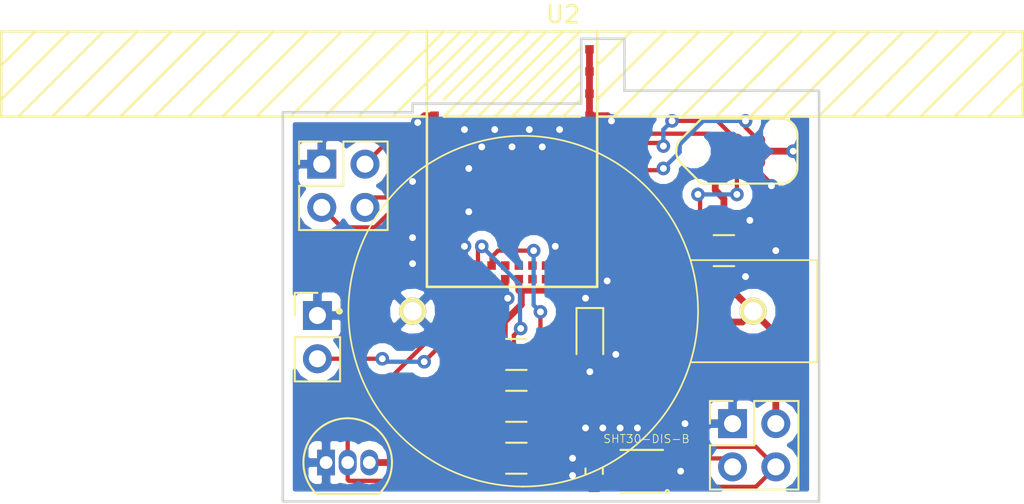
<source format=kicad_pcb>
(kicad_pcb (version 20171130) (host pcbnew "(5.0.1-3-g963ef8bb5)")

  (general
    (thickness 1.6)
    (drawings 11)
    (tracks 224)
    (zones 0)
    (modules 14)
    (nets 59)
  )

  (page A4)
  (layers
    (0 F.Cu signal)
    (31 B.Cu signal)
    (32 B.Adhes user)
    (33 F.Adhes user)
    (34 B.Paste user)
    (35 F.Paste user)
    (36 B.SilkS user)
    (37 F.SilkS user)
    (38 B.Mask user)
    (39 F.Mask user)
    (40 Dwgs.User user)
    (41 Cmts.User user)
    (42 Eco1.User user)
    (43 Eco2.User user)
    (44 Edge.Cuts user)
    (45 Margin user)
    (46 B.CrtYd user)
    (47 F.CrtYd user)
    (48 B.Fab user)
    (49 F.Fab user)
  )

  (setup
    (last_trace_width 0.25)
    (trace_clearance 0.2)
    (zone_clearance 0.1)
    (zone_45_only no)
    (trace_min 0.2)
    (segment_width 0.2)
    (edge_width 0.15)
    (via_size 0.8)
    (via_drill 0.4)
    (via_min_size 0.4)
    (via_min_drill 0.3)
    (uvia_size 0.3)
    (uvia_drill 0.1)
    (uvias_allowed no)
    (uvia_min_size 0.2)
    (uvia_min_drill 0.1)
    (pcb_text_width 0.3)
    (pcb_text_size 1.5 1.5)
    (mod_edge_width 0.15)
    (mod_text_size 1 1)
    (mod_text_width 0.15)
    (pad_size 1.524 1.524)
    (pad_drill 0.762)
    (pad_to_mask_clearance 0.051)
    (solder_mask_min_width 0.25)
    (aux_axis_origin 0 0)
    (visible_elements FFFFFF7F)
    (pcbplotparams
      (layerselection 0x010fc_ffffffff)
      (usegerberextensions false)
      (usegerberattributes false)
      (usegerberadvancedattributes false)
      (creategerberjobfile false)
      (excludeedgelayer true)
      (linewidth 0.100000)
      (plotframeref false)
      (viasonmask false)
      (mode 1)
      (useauxorigin false)
      (hpglpennumber 1)
      (hpglpenspeed 20)
      (hpglpendiameter 15.000000)
      (psnegative false)
      (psa4output false)
      (plotreference true)
      (plotvalue true)
      (plotinvisibletext false)
      (padsonsilk false)
      (subtractmaskfromsilk false)
      (outputformat 1)
      (mirror false)
      (drillshape 1)
      (scaleselection 1)
      (outputdirectory ""))
  )

  (net 0 "")
  (net 1 +3V3)
  (net 2 /UART_TX)
  (net 3 GND)
  (net 4 /SWDIO_EXT)
  (net 5 /SWDCLK_EXT)
  (net 6 /nRESET)
  (net 7 /SWO_EXT)
  (net 8 /SDA)
  (net 9 /SCL)
  (net 10 /DS18B20)
  (net 11 "Net-(U2-Pad39)")
  (net 12 "Net-(U2-Pad37)")
  (net 13 "Net-(U2-Pad29)")
  (net 14 "Net-(U2-Pad27)")
  (net 15 "Net-(U2-Pad24)")
  (net 16 "Net-(U2-Pad44)")
  (net 17 "Net-(U2-Pad34)")
  (net 18 "Net-(U2-Pad32)")
  (net 19 "Net-(U2-Pad30)")
  (net 20 "Net-(U2-Pad28)")
  (net 21 "Net-(U2-Pad45)")
  (net 22 "Net-(U2-Pad46)")
  (net 23 "Net-(U2-Pad49)")
  (net 24 "Net-(U2-Pad57)")
  (net 25 "Net-(U2-Pad59)")
  (net 26 "Net-(U2-Pad63)")
  (net 27 "Net-(U2-Pad64)")
  (net 28 "Net-(U2-Pad62)")
  (net 29 "Net-(U2-Pad60)")
  (net 30 "Net-(U2-Pad56)")
  (net 31 "Net-(U2-Pad54)")
  (net 32 "Net-(U2-Pad50)")
  (net 33 "Net-(U2-Pad48)")
  (net 34 "Net-(U2-Pad17)")
  (net 35 "Net-(U2-Pad15)")
  (net 36 "Net-(U2-Pad13)")
  (net 37 "Net-(U2-Pad11)")
  (net 38 "Net-(U2-Pad5)")
  (net 39 "Net-(U2-Pad2)")
  (net 40 "Net-(U2-Pad4)")
  (net 41 "Net-(U2-Pad6)")
  (net 42 "Net-(U2-Pad8)")
  (net 43 "Net-(U2-Pad10)")
  (net 44 "Net-(U2-Pad12)")
  (net 45 "Net-(U2-Pad14)")
  (net 46 "Net-(U2-Pad16)")
  (net 47 "Net-(U2-Pad18)")
  (net 48 "Net-(U2-Pad20)")
  (net 49 "Net-(U3-Pad3)")
  (net 50 "Net-(U3-Pad6)")
  (net 51 "Net-(U2-Pad22)")
  (net 52 "Net-(U2-Pad21)")
  (net 53 /BTN-1)
  (net 54 /BTN-2)
  (net 55 /BTN-3)
  (net 56 "Net-(U2-Pad42)")
  (net 57 "Net-(U2-Pad9)")
  (net 58 "Net-(U2-Pad25)")

  (net_class Default "This is the default net class."
    (clearance 0.2)
    (trace_width 0.25)
    (via_dia 0.8)
    (via_drill 0.4)
    (uvia_dia 0.3)
    (uvia_drill 0.1)
    (add_net /BTN-1)
    (add_net /BTN-2)
    (add_net /BTN-3)
    (add_net /DS18B20)
    (add_net /SCL)
    (add_net /SDA)
    (add_net /SWDCLK_EXT)
    (add_net /SWDIO_EXT)
    (add_net /SWO_EXT)
    (add_net /UART_TX)
    (add_net /nRESET)
    (add_net "Net-(U2-Pad10)")
    (add_net "Net-(U2-Pad11)")
    (add_net "Net-(U2-Pad12)")
    (add_net "Net-(U2-Pad13)")
    (add_net "Net-(U2-Pad14)")
    (add_net "Net-(U2-Pad15)")
    (add_net "Net-(U2-Pad16)")
    (add_net "Net-(U2-Pad17)")
    (add_net "Net-(U2-Pad18)")
    (add_net "Net-(U2-Pad2)")
    (add_net "Net-(U2-Pad20)")
    (add_net "Net-(U2-Pad21)")
    (add_net "Net-(U2-Pad22)")
    (add_net "Net-(U2-Pad24)")
    (add_net "Net-(U2-Pad25)")
    (add_net "Net-(U2-Pad27)")
    (add_net "Net-(U2-Pad28)")
    (add_net "Net-(U2-Pad29)")
    (add_net "Net-(U2-Pad30)")
    (add_net "Net-(U2-Pad32)")
    (add_net "Net-(U2-Pad34)")
    (add_net "Net-(U2-Pad37)")
    (add_net "Net-(U2-Pad39)")
    (add_net "Net-(U2-Pad4)")
    (add_net "Net-(U2-Pad42)")
    (add_net "Net-(U2-Pad44)")
    (add_net "Net-(U2-Pad45)")
    (add_net "Net-(U2-Pad46)")
    (add_net "Net-(U2-Pad48)")
    (add_net "Net-(U2-Pad49)")
    (add_net "Net-(U2-Pad5)")
    (add_net "Net-(U2-Pad50)")
    (add_net "Net-(U2-Pad54)")
    (add_net "Net-(U2-Pad56)")
    (add_net "Net-(U2-Pad57)")
    (add_net "Net-(U2-Pad59)")
    (add_net "Net-(U2-Pad6)")
    (add_net "Net-(U2-Pad60)")
    (add_net "Net-(U2-Pad62)")
    (add_net "Net-(U2-Pad63)")
    (add_net "Net-(U2-Pad64)")
    (add_net "Net-(U2-Pad8)")
    (add_net "Net-(U2-Pad9)")
    (add_net "Net-(U3-Pad3)")
    (add_net "Net-(U3-Pad6)")
  )

  (net_class Power ""
    (clearance 0.2)
    (trace_width 0.4)
    (via_dia 0.8)
    (via_drill 0.4)
    (uvia_dia 0.3)
    (uvia_drill 0.1)
    (add_net +3V3)
    (add_net GND)
  )

  (net_class thin ""
    (clearance 0.2)
    (trace_width 0.2)
    (via_dia 0.8)
    (via_drill 0.4)
    (uvia_dia 0.3)
    (uvia_drill 0.1)
  )

  (module Capacitor_Tantalum_SMD:CP_EIA-2012-12_Kemet-R (layer F.Cu) (tedit 5CB1C4DF) (tstamp 5CB1D03E)
    (at 119.38 81.026 270)
    (descr "Tantalum Capacitor SMD Kemet-R (2012-12 Metric), IPC_7351 nominal, (Body size from: https://www.vishay.com/docs/40182/tmch.pdf), generated with kicad-footprint-generator")
    (tags "capacitor tantalum")
    (path /5CB235A5)
    (attr smd)
    (fp_text reference C2 (at 0 -1.58 270) (layer F.SilkS) hide
      (effects (font (size 1 1) (thickness 0.15)))
    )
    (fp_text value 10uF (at -0.508 -1.524 90) (layer F.Fab)
      (effects (font (size 0.5 0.5) (thickness 0.08)))
    )
    (fp_line (start 1 -0.625) (end -0.6875 -0.625) (layer F.Fab) (width 0.1))
    (fp_line (start -0.6875 -0.625) (end -1 -0.3125) (layer F.Fab) (width 0.1))
    (fp_line (start -1 -0.3125) (end -1 0.625) (layer F.Fab) (width 0.1))
    (fp_line (start -1 0.625) (end 1 0.625) (layer F.Fab) (width 0.1))
    (fp_line (start 1 0.625) (end 1 -0.625) (layer F.Fab) (width 0.1))
    (fp_line (start 1 -0.785) (end -1.71 -0.785) (layer F.SilkS) (width 0.12))
    (fp_line (start -1.71 -0.785) (end -1.71 0.785) (layer F.SilkS) (width 0.12))
    (fp_line (start -1.71 0.785) (end 1 0.785) (layer F.SilkS) (width 0.12))
    (fp_line (start -1.7 0.88) (end -1.7 -0.88) (layer F.CrtYd) (width 0.05))
    (fp_line (start -1.7 -0.88) (end 1.7 -0.88) (layer F.CrtYd) (width 0.05))
    (fp_line (start 1.7 -0.88) (end 1.7 0.88) (layer F.CrtYd) (width 0.05))
    (fp_line (start 1.7 0.88) (end -1.7 0.88) (layer F.CrtYd) (width 0.05))
    (fp_text user %R (at 0 0 270) (layer F.Fab)
      (effects (font (size 0.5 0.5) (thickness 0.08)))
    )
    (pad 1 smd roundrect (at -0.8875 0 270) (size 1.125 1.05) (layers F.Cu F.Paste F.Mask) (roundrect_rratio 0.238095)
      (net 1 +3V3))
    (pad 2 smd roundrect (at 0.8875 0 270) (size 1.125 1.05) (layers F.Cu F.Paste F.Mask) (roundrect_rratio 0.238095)
      (net 3 GND))
    (model ${KISYS3DMOD}/Capacitor_Tantalum_SMD.3dshapes/CP_EIA-2012-12_Kemet-R.wrl
      (at (xyz 0 0 0))
      (scale (xyz 1 1 1))
      (rotate (xyz 0 0 0))
    )
  )

  (module Connector_PinHeader_2.54mm:PinHeader_1x02_P2.54mm_Vertical (layer F.Cu) (tedit 5C97AC4A) (tstamp 5CB1DB14)
    (at 103.378 79.756)
    (descr "Through hole straight pin header, 1x02, 2.54mm pitch, single row")
    (tags "Through hole pin header THT 1x02 2.54mm single row")
    (path /5CA762C8)
    (fp_text reference J1 (at 0 -2.33) (layer F.SilkS) hide
      (effects (font (size 1 1) (thickness 0.15)))
    )
    (fp_text value UART (at 2.54 1.524 90) (layer F.Fab)
      (effects (font (size 1 1) (thickness 0.15)))
    )
    (fp_line (start -0.635 -1.27) (end 1.27 -1.27) (layer F.Fab) (width 0.1))
    (fp_line (start 1.27 -1.27) (end 1.27 3.81) (layer F.Fab) (width 0.1))
    (fp_line (start 1.27 3.81) (end -1.27 3.81) (layer F.Fab) (width 0.1))
    (fp_line (start -1.27 3.81) (end -1.27 -0.635) (layer F.Fab) (width 0.1))
    (fp_line (start -1.27 -0.635) (end -0.635 -1.27) (layer F.Fab) (width 0.1))
    (fp_line (start -1.33 3.87) (end 1.33 3.87) (layer F.SilkS) (width 0.12))
    (fp_line (start -1.33 1.27) (end -1.33 3.87) (layer F.SilkS) (width 0.12))
    (fp_line (start 1.33 1.27) (end 1.33 3.87) (layer F.SilkS) (width 0.12))
    (fp_line (start -1.33 1.27) (end 1.33 1.27) (layer F.SilkS) (width 0.12))
    (fp_line (start -1.33 0) (end -1.33 -1.33) (layer F.SilkS) (width 0.12))
    (fp_line (start -1.33 -1.33) (end 0 -1.33) (layer F.SilkS) (width 0.12))
    (fp_line (start -1.8 -1.8) (end -1.8 4.35) (layer F.CrtYd) (width 0.05))
    (fp_line (start -1.8 4.35) (end 1.8 4.35) (layer F.CrtYd) (width 0.05))
    (fp_line (start 1.8 4.35) (end 1.8 -1.8) (layer F.CrtYd) (width 0.05))
    (fp_line (start 1.8 -1.8) (end -1.8 -1.8) (layer F.CrtYd) (width 0.05))
    (fp_text user %R (at 0 1.27 90) (layer F.Fab) hide
      (effects (font (size 1 1) (thickness 0.15)))
    )
    (pad 1 thru_hole rect (at 0 0) (size 1.7 1.7) (drill 1) (layers *.Cu *.Mask)
      (net 3 GND))
    (pad 2 thru_hole oval (at 0 2.54) (size 1.7 1.7) (drill 1) (layers *.Cu *.Mask)
      (net 2 /UART_TX))
    (model ${KISYS3DMOD}/Connector_PinHeader_2.54mm.3dshapes/PinHeader_1x02_P2.54mm_Vertical.wrl
      (at (xyz 0 0 0))
      (scale (xyz 1 1 1))
      (rotate (xyz 0 0 0))
    )
  )

  (module BS-3:BS3 (layer F.Cu) (tedit 5C97A251) (tstamp 5CB0E357)
    (at 108.966 79.502 90)
    (descr BS-3-1)
    (tags "Undefined or Miscellaneous")
    (path /5C6E1F18)
    (fp_text reference U4 (at 0 9.68 90) (layer F.SilkS) hide
      (effects (font (size 1.27 1.27) (thickness 0.254)))
    )
    (fp_text value "Coin Battery" (at 0 9.68 90) (layer F.SilkS) hide
      (effects (font (size 1.27 1.27) (thickness 0.254)))
    )
    (fp_line (start -11.3 -5.4) (end 11.3 -5.4) (layer Dwgs.User) (width 0.1))
    (fp_line (start 11.3 -5.4) (end 11.3 24.76) (layer Dwgs.User) (width 0.1))
    (fp_line (start 11.3 24.76) (end -11.3 24.76) (layer Dwgs.User) (width 0.1))
    (fp_line (start -11.3 24.76) (end -11.3 -5.4) (layer Dwgs.User) (width 0.1))
    (fp_line (start -10.3 6.5) (end -10.3 6.5) (layer Dwgs.User) (width 0.2))
    (fp_line (start 10.3 6.5) (end 10.3 6.5) (layer Dwgs.User) (width 0.2))
    (fp_line (start -3 16.4) (end -3 23.76) (layer Dwgs.User) (width 0.2))
    (fp_line (start -3 23.76) (end 3 23.76) (layer Dwgs.User) (width 0.2))
    (fp_line (start 3 23.76) (end 3 16.4) (layer Dwgs.User) (width 0.2))
    (fp_line (start -10.3 6.5) (end -10.3 6.5) (layer F.SilkS) (width 0.1))
    (fp_line (start 10.3 6.5) (end 10.3 6.5) (layer F.SilkS) (width 0.1))
    (fp_line (start -3 16.4) (end -3 23.76) (layer F.SilkS) (width 0.1))
    (fp_line (start -3 23.76) (end 3 23.76) (layer F.SilkS) (width 0.1))
    (fp_line (start 3 23.76) (end 3 16.4) (layer F.SilkS) (width 0.1))
    (fp_line (start 3 16.4) (end 3 16.4) (layer F.SilkS) (width 0.1))
    (fp_line (start 0 -4.2) (end 0 -4.2) (layer F.SilkS) (width 0.2))
    (fp_line (start 0 -4.4) (end 0 -4.4) (layer F.SilkS) (width 0.2))
    (fp_arc (start 0 6.5) (end -10.3 6.5) (angle 180) (layer Dwgs.User) (width 0.2))
    (fp_arc (start 0 6.5) (end 10.3 6.5) (angle 180) (layer Dwgs.User) (width 0.2))
    (fp_arc (start 0 6.5) (end -10.3 6.5) (angle 180) (layer F.SilkS) (width 0.1))
    (fp_arc (start 0 6.5) (end 10.3 6.5) (angle 180) (layer F.SilkS) (width 0.1))
    (fp_arc (start 0 -4.3) (end 0 -4.2) (angle 180) (layer F.SilkS) (width 0.2))
    (fp_arc (start 0 -4.3) (end 0 -4.4) (angle 180) (layer F.SilkS) (width 0.2))
    (pad 1 thru_hole circle (at 0 0 180) (size 1.6 1.6) (drill 1.0668) (layers *.Cu *.Mask F.SilkS)
      (net 3 GND))
    (pad 2 thru_hole circle (at 0 20 180) (size 1.6 1.6) (drill 1.0668) (layers *.Cu *.Mask F.SilkS)
      (net 1 +3V3))
  )

  (module Capacitor_SMD:C_0603_1608Metric (layer F.Cu) (tedit 5C97A40A) (tstamp 5CB0DC47)
    (at 119.634 88.9 270)
    (descr "Capacitor SMD 0603 (1608 Metric), square (rectangular) end terminal, IPC_7351 nominal, (Body size source: http://www.tortai-tech.com/upload/download/2011102023233369053.pdf), generated with kicad-footprint-generator")
    (tags capacitor)
    (path /5C5F7FF2)
    (attr smd)
    (fp_text reference C1 (at 0 -1.43 270) (layer F.SilkS) hide
      (effects (font (size 1 1) (thickness 0.15)))
    )
    (fp_text value 100nF (at -1.778 0) (layer F.Fab)
      (effects (font (size 0.5 0.5) (thickness 0.075)))
    )
    (fp_line (start -0.8 0.4) (end -0.8 -0.4) (layer F.Fab) (width 0.1))
    (fp_line (start -0.8 -0.4) (end 0.8 -0.4) (layer F.Fab) (width 0.1))
    (fp_line (start 0.8 -0.4) (end 0.8 0.4) (layer F.Fab) (width 0.1))
    (fp_line (start 0.8 0.4) (end -0.8 0.4) (layer F.Fab) (width 0.1))
    (fp_line (start -0.162779 -0.51) (end 0.162779 -0.51) (layer F.SilkS) (width 0.12))
    (fp_line (start -0.162779 0.51) (end 0.162779 0.51) (layer F.SilkS) (width 0.12))
    (fp_line (start -1.48 0.73) (end -1.48 -0.73) (layer F.CrtYd) (width 0.05))
    (fp_line (start -1.48 -0.73) (end 1.48 -0.73) (layer F.CrtYd) (width 0.05))
    (fp_line (start 1.48 -0.73) (end 1.48 0.73) (layer F.CrtYd) (width 0.05))
    (fp_line (start 1.48 0.73) (end -1.48 0.73) (layer F.CrtYd) (width 0.05))
    (fp_text user %R (at 0 0 270) (layer F.Fab)
      (effects (font (size 0.4 0.4) (thickness 0.06)))
    )
    (pad 1 smd roundrect (at -0.7875 0 270) (size 0.875 0.95) (layers F.Cu F.Paste F.Mask) (roundrect_rratio 0.25)
      (net 1 +3V3))
    (pad 2 smd roundrect (at 0.7875 0 270) (size 0.875 0.95) (layers F.Cu F.Paste F.Mask) (roundrect_rratio 0.25)
      (net 3 GND))
    (model ${KISYS3DMOD}/Capacitor_SMD.3dshapes/C_0603_1608Metric.wrl
      (at (xyz 0 0 0))
      (scale (xyz 1 1 1))
      (rotate (xyz 0 0 0))
    )
  )

  (module Tag-Connect:TC2030-NL_SMALL (layer F.Cu) (tedit 5C97B2DC) (tstamp 5CB0E458)
    (at 128.016 70.104)
    (descr "Tag-Connect TC2030-NL footprint by carloscuev@gmail.com")
    (tags "Tag-Connect TC2030-NL")
    (path /5C982CF8)
    (clearance 0.127)
    (attr virtual)
    (fp_text reference P1 (at 0 -2.54) (layer F.SilkS) hide
      (effects (font (size 0.75692 0.75692) (thickness 0.127)))
    )
    (fp_text value TC2030-CTX (at 0 2.667) (layer F.SilkS) hide
      (effects (font (size 0.75692 0.75692) (thickness 0.127)))
    )
    (fp_line (start 2.6035 1.905) (end -2.0828 1.905) (layer F.SilkS) (width 0.127))
    (fp_line (start 2.6035 -1.905) (end -2.0828 -1.905) (layer F.SilkS) (width 0.127))
    (fp_line (start -3.2639 0.7239) (end -2.0828 1.905) (layer F.SilkS) (width 0.127))
    (fp_line (start -3.2639 -0.7239) (end -2.0828 -1.905) (layer F.SilkS) (width 0.127))
    (fp_arc (start -2.54 0) (end -3.2639 0.7239) (angle 90) (layer F.SilkS) (width 0.127))
    (fp_line (start 3.556 -0.9525) (end 3.556 0.9525) (layer F.SilkS) (width 0.127))
    (fp_arc (start 2.6035 0.9525) (end 3.556 0.9525) (angle 90) (layer F.SilkS) (width 0.127))
    (fp_arc (start 2.6035 -0.9525) (end 2.6035 -1.905) (angle 90) (layer F.SilkS) (width 0.127))
    (pad 1 connect circle (at -1.27 0.635) (size 0.78486 0.78486) (layers F.Cu F.Mask)
      (net 1 +3V3))
    (pad 2 connect circle (at -1.27 -0.635) (size 0.78486 0.78486) (layers F.Cu F.Mask)
      (net 4 /SWDIO_EXT))
    (pad 3 connect circle (at 0 0.635) (size 0.78486 0.78486) (layers F.Cu F.Mask)
      (net 6 /nRESET))
    (pad 4 connect circle (at 0 -0.635) (size 0.78486 0.78486) (layers F.Cu F.Mask)
      (net 5 /SWDCLK_EXT))
    (pad 5 connect circle (at 1.27 0.635) (size 0.78486 0.78486) (layers F.Cu F.Mask)
      (net 3 GND))
    (pad 6 connect circle (at 1.27 -0.635) (size 0.78486 0.78486) (layers F.Cu F.Mask)
      (net 7 /SWO_EXT))
    (pad "" np_thru_hole circle (at -2.54 0) (size 0.98806 0.98806) (drill 0.98806) (layers *.Cu *.Mask F.SilkS))
    (pad "" np_thru_hole circle (at 2.54 -1.016) (size 0.98552 0.98552) (drill 0.98552) (layers *.Cu *.Mask F.SilkS))
    (pad "" np_thru_hole circle (at 2.54 1.016) (size 0.98552 0.98552) (drill 0.98552) (layers *.Cu *.Mask F.SilkS))
  )

  (module Resistor_SMD:R_1206_3216Metric (layer F.Cu) (tedit 5C97AC5E) (tstamp 5CB0DD00)
    (at 115.062 82.042)
    (descr "Resistor SMD 1206 (3216 Metric), square (rectangular) end terminal, IPC_7351 nominal, (Body size source: http://www.tortai-tech.com/upload/download/2011102023233369053.pdf), generated with kicad-footprint-generator")
    (tags resistor)
    (path /5C5F70CD)
    (attr smd)
    (fp_text reference R1 (at 0 -1.82) (layer F.SilkS) hide
      (effects (font (size 1 1) (thickness 0.15)))
    )
    (fp_text value 4,7k (at 2.794 0 90) (layer F.Fab)
      (effects (font (size 0.5 0.5) (thickness 0.075)))
    )
    (fp_text user %R (at 0 0) (layer F.Fab)
      (effects (font (size 0.8 0.8) (thickness 0.12)))
    )
    (fp_line (start 2.28 1.12) (end -2.28 1.12) (layer F.CrtYd) (width 0.05))
    (fp_line (start 2.28 -1.12) (end 2.28 1.12) (layer F.CrtYd) (width 0.05))
    (fp_line (start -2.28 -1.12) (end 2.28 -1.12) (layer F.CrtYd) (width 0.05))
    (fp_line (start -2.28 1.12) (end -2.28 -1.12) (layer F.CrtYd) (width 0.05))
    (fp_line (start -0.602064 0.91) (end 0.602064 0.91) (layer F.SilkS) (width 0.12))
    (fp_line (start -0.602064 -0.91) (end 0.602064 -0.91) (layer F.SilkS) (width 0.12))
    (fp_line (start 1.6 0.8) (end -1.6 0.8) (layer F.Fab) (width 0.1))
    (fp_line (start 1.6 -0.8) (end 1.6 0.8) (layer F.Fab) (width 0.1))
    (fp_line (start -1.6 -0.8) (end 1.6 -0.8) (layer F.Fab) (width 0.1))
    (fp_line (start -1.6 0.8) (end -1.6 -0.8) (layer F.Fab) (width 0.1))
    (pad 2 smd roundrect (at 1.4 0) (size 1.25 1.75) (layers F.Cu F.Paste F.Mask) (roundrect_rratio 0.2)
      (net 8 /SDA))
    (pad 1 smd roundrect (at -1.4 0) (size 1.25 1.75) (layers F.Cu F.Paste F.Mask) (roundrect_rratio 0.2)
      (net 1 +3V3))
    (model ${KISYS3DMOD}/Resistor_SMD.3dshapes/R_1206_3216Metric.wrl
      (at (xyz 0 0 0))
      (scale (xyz 1 1 1))
      (rotate (xyz 0 0 0))
    )
  )

  (module Resistor_SMD:R_1206_3216Metric (layer F.Cu) (tedit 5C97AC70) (tstamp 5CB1DF4D)
    (at 115.062 85.09)
    (descr "Resistor SMD 1206 (3216 Metric), square (rectangular) end terminal, IPC_7351 nominal, (Body size source: http://www.tortai-tech.com/upload/download/2011102023233369053.pdf), generated with kicad-footprint-generator")
    (tags resistor)
    (path /5C5F703A)
    (attr smd)
    (fp_text reference R2 (at 0 -1.82) (layer F.SilkS) hide
      (effects (font (size 1 1) (thickness 0.15)))
    )
    (fp_text value 4,7k (at 2.794 0 90) (layer F.Fab)
      (effects (font (size 0.5 0.5) (thickness 0.075)))
    )
    (fp_line (start -1.6 0.8) (end -1.6 -0.8) (layer F.Fab) (width 0.1))
    (fp_line (start -1.6 -0.8) (end 1.6 -0.8) (layer F.Fab) (width 0.1))
    (fp_line (start 1.6 -0.8) (end 1.6 0.8) (layer F.Fab) (width 0.1))
    (fp_line (start 1.6 0.8) (end -1.6 0.8) (layer F.Fab) (width 0.1))
    (fp_line (start -0.602064 -0.91) (end 0.602064 -0.91) (layer F.SilkS) (width 0.12))
    (fp_line (start -0.602064 0.91) (end 0.602064 0.91) (layer F.SilkS) (width 0.12))
    (fp_line (start -2.28 1.12) (end -2.28 -1.12) (layer F.CrtYd) (width 0.05))
    (fp_line (start -2.28 -1.12) (end 2.28 -1.12) (layer F.CrtYd) (width 0.05))
    (fp_line (start 2.28 -1.12) (end 2.28 1.12) (layer F.CrtYd) (width 0.05))
    (fp_line (start 2.28 1.12) (end -2.28 1.12) (layer F.CrtYd) (width 0.05))
    (fp_text user %R (at 0 0 180) (layer F.Fab)
      (effects (font (size 0.8 0.8) (thickness 0.12)))
    )
    (pad 1 smd roundrect (at -1.4 0) (size 1.25 1.75) (layers F.Cu F.Paste F.Mask) (roundrect_rratio 0.2)
      (net 1 +3V3))
    (pad 2 smd roundrect (at 1.4 0) (size 1.25 1.75) (layers F.Cu F.Paste F.Mask) (roundrect_rratio 0.2)
      (net 9 /SCL))
    (model ${KISYS3DMOD}/Resistor_SMD.3dshapes/R_1206_3216Metric.wrl
      (at (xyz 0 0 0))
      (scale (xyz 1 1 1))
      (rotate (xyz 0 0 0))
    )
  )

  (module Resistor_SMD:R_1206_3216Metric (layer F.Cu) (tedit 5C97AC67) (tstamp 5CB0DD33)
    (at 115.062 88.138)
    (descr "Resistor SMD 1206 (3216 Metric), square (rectangular) end terminal, IPC_7351 nominal, (Body size source: http://www.tortai-tech.com/upload/download/2011102023233369053.pdf), generated with kicad-footprint-generator")
    (tags resistor)
    (path /5C6F1E14)
    (attr smd)
    (fp_text reference R4 (at 0 -1.82) (layer F.SilkS) hide
      (effects (font (size 1 1) (thickness 0.15)))
    )
    (fp_text value 4,7k (at 2.794 0 90) (layer F.Fab)
      (effects (font (size 0.5 0.5) (thickness 0.075)))
    )
    (fp_line (start -1.6 0.8) (end -1.6 -0.8) (layer F.Fab) (width 0.1))
    (fp_line (start -1.6 -0.8) (end 1.6 -0.8) (layer F.Fab) (width 0.1))
    (fp_line (start 1.6 -0.8) (end 1.6 0.8) (layer F.Fab) (width 0.1))
    (fp_line (start 1.6 0.8) (end -1.6 0.8) (layer F.Fab) (width 0.1))
    (fp_line (start -0.602064 -0.91) (end 0.602064 -0.91) (layer F.SilkS) (width 0.12))
    (fp_line (start -0.602064 0.91) (end 0.602064 0.91) (layer F.SilkS) (width 0.12))
    (fp_line (start -2.28 1.12) (end -2.28 -1.12) (layer F.CrtYd) (width 0.05))
    (fp_line (start -2.28 -1.12) (end 2.28 -1.12) (layer F.CrtYd) (width 0.05))
    (fp_line (start 2.28 -1.12) (end 2.28 1.12) (layer F.CrtYd) (width 0.05))
    (fp_line (start 2.28 1.12) (end -2.28 1.12) (layer F.CrtYd) (width 0.05))
    (fp_text user %R (at 0 0) (layer F.Fab)
      (effects (font (size 0.8 0.8) (thickness 0.12)))
    )
    (pad 1 smd roundrect (at -1.4 0) (size 1.25 1.75) (layers F.Cu F.Paste F.Mask) (roundrect_rratio 0.2)
      (net 1 +3V3))
    (pad 2 smd roundrect (at 1.4 0) (size 1.25 1.75) (layers F.Cu F.Paste F.Mask) (roundrect_rratio 0.2)
      (net 10 /DS18B20))
    (model ${KISYS3DMOD}/Resistor_SMD.3dshapes/R_1206_3216Metric.wrl
      (at (xyz 0 0 0))
      (scale (xyz 1 1 1))
      (rotate (xyz 0 0 0))
    )
  )

  (module Resistor_SMD:R_1206_3216Metric (layer F.Cu) (tedit 5C97A23D) (tstamp 5CB0DD55)
    (at 127.254 75.946)
    (descr "Resistor SMD 1206 (3216 Metric), square (rectangular) end terminal, IPC_7351 nominal, (Body size source: http://www.tortai-tech.com/upload/download/2011102023233369053.pdf), generated with kicad-footprint-generator")
    (tags resistor)
    (path /5C623472)
    (attr smd)
    (fp_text reference SW1 (at 0 -1.82) (layer F.SilkS) hide
      (effects (font (size 1 1) (thickness 0.15)))
    )
    (fp_text value RESET (at -3.048 0 90) (layer F.Fab)
      (effects (font (size 1 1) (thickness 0.15)))
    )
    (fp_line (start -1.6 0.8) (end -1.6 -0.8) (layer F.Fab) (width 0.1))
    (fp_line (start -1.6 -0.8) (end 1.6 -0.8) (layer F.Fab) (width 0.1))
    (fp_line (start 1.6 -0.8) (end 1.6 0.8) (layer F.Fab) (width 0.1))
    (fp_line (start 1.6 0.8) (end -1.6 0.8) (layer F.Fab) (width 0.1))
    (fp_line (start -0.602064 -0.91) (end 0.602064 -0.91) (layer F.SilkS) (width 0.12))
    (fp_line (start -0.602064 0.91) (end 0.602064 0.91) (layer F.SilkS) (width 0.12))
    (fp_line (start -2.28 1.12) (end -2.28 -1.12) (layer F.CrtYd) (width 0.05))
    (fp_line (start -2.28 -1.12) (end 2.28 -1.12) (layer F.CrtYd) (width 0.05))
    (fp_line (start 2.28 -1.12) (end 2.28 1.12) (layer F.CrtYd) (width 0.05))
    (fp_line (start 2.28 1.12) (end -2.28 1.12) (layer F.CrtYd) (width 0.05))
    (fp_text user %R (at 0 0) (layer F.Fab)
      (effects (font (size 0.8 0.8) (thickness 0.12)))
    )
    (pad 1 smd roundrect (at -1.4 0) (size 1.25 1.75) (layers F.Cu F.Paste F.Mask) (roundrect_rratio 0.2)
      (net 6 /nRESET))
    (pad 2 smd roundrect (at 1.4 0) (size 1.25 1.75) (layers F.Cu F.Paste F.Mask) (roundrect_rratio 0.2)
      (net 3 GND))
    (model ${KISYS3DMOD}/Resistor_SMD.3dshapes/R_1206_3216Metric.wrl
      (at (xyz 0 0 0))
      (scale (xyz 1 1 1))
      (rotate (xyz 0 0 0))
    )
  )

  (module Package_TO_SOT_THT:TO-92_Inline (layer F.Cu) (tedit 5C97A223) (tstamp 5CB1B08E)
    (at 103.886 88.392)
    (descr "TO-92 leads in-line, narrow, oval pads, drill 0.75mm (see NXP sot054_po.pdf)")
    (tags "to-92 sc-43 sc-43a sot54 PA33 transistor")
    (path /5C6AC06A)
    (fp_text reference U1 (at 1.27 -3.56) (layer F.SilkS) hide
      (effects (font (size 1 1) (thickness 0.15)))
    )
    (fp_text value DS18B20 (at 1.524 -1.778 180) (layer F.Fab)
      (effects (font (size 1 1) (thickness 0.15)))
    )
    (fp_text user %R (at 1.27 -3.56) (layer F.Fab) hide
      (effects (font (size 1 1) (thickness 0.15)))
    )
    (fp_line (start -0.53 1.85) (end 3.07 1.85) (layer F.SilkS) (width 0.12))
    (fp_line (start -0.5 1.75) (end 3 1.75) (layer F.Fab) (width 0.1))
    (fp_line (start -1.46 -2.73) (end 4 -2.73) (layer F.CrtYd) (width 0.05))
    (fp_line (start -1.46 -2.73) (end -1.46 2.01) (layer F.CrtYd) (width 0.05))
    (fp_line (start 4 2.01) (end 4 -2.73) (layer F.CrtYd) (width 0.05))
    (fp_line (start 4 2.01) (end -1.46 2.01) (layer F.CrtYd) (width 0.05))
    (fp_arc (start 1.27 0) (end 1.27 -2.48) (angle 135) (layer F.Fab) (width 0.1))
    (fp_arc (start 1.27 0) (end 1.27 -2.6) (angle -135) (layer F.SilkS) (width 0.12))
    (fp_arc (start 1.27 0) (end 1.27 -2.48) (angle -135) (layer F.Fab) (width 0.1))
    (fp_arc (start 1.27 0) (end 1.27 -2.6) (angle 135) (layer F.SilkS) (width 0.12))
    (pad 2 thru_hole oval (at 1.27 0) (size 1.05 1.5) (drill 0.75) (layers *.Cu *.Mask)
      (net 10 /DS18B20))
    (pad 3 thru_hole oval (at 2.54 0) (size 1.05 1.5) (drill 0.75) (layers *.Cu *.Mask)
      (net 1 +3V3))
    (pad 1 thru_hole rect (at 0 0) (size 1.05 1.5) (drill 0.75) (layers *.Cu *.Mask)
      (net 3 GND))
    (model ${KISYS3DMOD}/Package_TO_SOT_THT.3dshapes/TO-92_Inline.wrl
      (at (xyz 0 0 0))
      (scale (xyz 1 1 1))
      (rotate (xyz 0 0 0))
    )
  )

  (module Laird:BL654 (layer F.Cu) (tedit 5C5FFBB9) (tstamp 5CB0DDE7)
    (at 114.808 68.072)
    (path /5C5F6F2C)
    (fp_text reference U2 (at 3 -6) (layer F.SilkS)
      (effects (font (size 1 1) (thickness 0.15)))
    )
    (fp_text value BL654 (at -3 -6) (layer F.Fab)
      (effects (font (size 1 1) (thickness 0.15)))
    )
    (fp_line (start -5 10) (end 5 10) (layer F.SilkS) (width 0.15))
    (fp_line (start 5 10) (end 5 -5) (layer F.SilkS) (width 0.15))
    (fp_line (start 5 -5) (end -5 -5) (layer F.SilkS) (width 0.15))
    (fp_line (start -5 -5) (end -5 10) (layer F.SilkS) (width 0.15))
    (fp_line (start -5 -4) (end -4 -5) (layer F.SilkS) (width 0.15))
    (fp_line (start -5 -3) (end -3 -5) (layer F.SilkS) (width 0.15))
    (fp_line (start -5 -2) (end -2 -5) (layer F.SilkS) (width 0.15))
    (fp_line (start -5 -1) (end -1 -5) (layer F.SilkS) (width 0.15))
    (fp_line (start -4 -1) (end 0 -5) (layer F.SilkS) (width 0.15))
    (fp_line (start -4 0) (end 1 -5) (layer F.SilkS) (width 0.15))
    (fp_line (start -3 0) (end 2 -5) (layer F.SilkS) (width 0.15))
    (fp_line (start -2 0) (end 3 -5) (layer F.SilkS) (width 0.15))
    (fp_line (start -1 0) (end 4 -5) (layer F.SilkS) (width 0.15))
    (fp_line (start 0 0) (end 4 -4) (layer F.SilkS) (width 0.15))
    (fp_line (start 1 0) (end 4 -3) (layer F.SilkS) (width 0.15))
    (fp_line (start 3 0) (end 4 -1) (layer F.SilkS) (width 0.15))
    (fp_line (start 2 0) (end 4 -2) (layer F.SilkS) (width 0.15))
    (fp_line (start -4 0) (end 4 0) (layer F.SilkS) (width 0.15))
    (fp_line (start 30 0) (end 5 0) (layer F.SilkS) (width 0.15))
    (fp_line (start 30 0) (end 30 -5) (layer F.SilkS) (width 0.15))
    (fp_line (start 30 -5) (end 5 -5) (layer F.SilkS) (width 0.15))
    (fp_line (start 5 -3) (end 7 -5) (layer F.SilkS) (width 0.15))
    (fp_line (start 5 -1) (end 9 -5) (layer F.SilkS) (width 0.15))
    (fp_line (start 6 0) (end 11 -5) (layer F.SilkS) (width 0.15))
    (fp_line (start 8 0) (end 13 -5) (layer F.SilkS) (width 0.15))
    (fp_line (start 10 0) (end 15 -5) (layer F.SilkS) (width 0.15))
    (fp_line (start 12 0) (end 17 -5) (layer F.SilkS) (width 0.15))
    (fp_line (start 14 0) (end 19 -5) (layer F.SilkS) (width 0.15))
    (fp_line (start 16 0) (end 21 -5) (layer F.SilkS) (width 0.15))
    (fp_line (start 18 0) (end 23 -5) (layer F.SilkS) (width 0.15))
    (fp_line (start 20 0) (end 25 -5) (layer F.SilkS) (width 0.15))
    (fp_line (start 22 0) (end 27 -5) (layer F.SilkS) (width 0.15))
    (fp_line (start 24 0) (end 29 -5) (layer F.SilkS) (width 0.15))
    (fp_line (start 26 0) (end 30 -4) (layer F.SilkS) (width 0.15))
    (fp_line (start 28 0) (end 30 -2) (layer F.SilkS) (width 0.15))
    (fp_line (start -30 0) (end -30 -5) (layer F.SilkS) (width 0.15))
    (fp_line (start -30 -3) (end -28 -5) (layer F.SilkS) (width 0.15))
    (fp_line (start -25 0) (end -20 -5) (layer F.SilkS) (width 0.15))
    (fp_line (start -21 0) (end -16 -5) (layer F.SilkS) (width 0.15))
    (fp_line (start -29 0) (end -24 -5) (layer F.SilkS) (width 0.15))
    (fp_line (start -5 -5) (end -30 -5) (layer F.SilkS) (width 0.15))
    (fp_line (start -23 0) (end -18 -5) (layer F.SilkS) (width 0.15))
    (fp_line (start -5 0) (end -30 0) (layer F.SilkS) (width 0.15))
    (fp_line (start -11 0) (end -6 -5) (layer F.SilkS) (width 0.15))
    (fp_line (start -15 0) (end -10 -5) (layer F.SilkS) (width 0.15))
    (fp_line (start -7 0) (end -5 -2) (layer F.SilkS) (width 0.15))
    (fp_line (start -9 0) (end -5 -4) (layer F.SilkS) (width 0.15))
    (fp_line (start -13 0) (end -8 -5) (layer F.SilkS) (width 0.15))
    (fp_line (start -17 0) (end -12 -5) (layer F.SilkS) (width 0.15))
    (fp_line (start -19 0) (end -14 -5) (layer F.SilkS) (width 0.15))
    (fp_line (start -27 0) (end -22 -5) (layer F.SilkS) (width 0.15))
    (fp_line (start -30 -1) (end -26 -5) (layer F.SilkS) (width 0.15))
    (pad 42 smd rect (at -4.4 9.55) (size 0.5 0.5) (layers F.Cu F.Paste F.Mask)
      (net 56 "Net-(U2-Pad42)"))
    (pad 41 smd rect (at -3.6 9.55) (size 0.5 0.5) (layers F.Cu F.Paste F.Mask)
      (net 10 /DS18B20))
    (pad 39 smd rect (at -2.8 9.55) (size 0.5 0.5) (layers F.Cu F.Paste F.Mask)
      (net 11 "Net-(U2-Pad39)"))
    (pad 37 smd rect (at -2 9.55) (size 0.5 0.5) (layers F.Cu F.Paste F.Mask)
      (net 12 "Net-(U2-Pad37)"))
    (pad 35 smd rect (at -1.2 9.55) (size 0.5 0.5) (layers F.Cu F.Paste F.Mask)
      (net 2 /UART_TX))
    (pad 33 smd rect (at -0.4 9.55) (size 0.5 0.5) (layers F.Cu F.Paste F.Mask)
      (net 3 GND))
    (pad 31 smd rect (at 0.4 9.55) (size 0.5 0.5) (layers F.Cu F.Paste F.Mask)
      (net 1 +3V3))
    (pad 29 smd rect (at 1.2 9.55) (size 0.5 0.5) (layers F.Cu F.Paste F.Mask)
      (net 13 "Net-(U2-Pad29)"))
    (pad 27 smd rect (at 2 9.55) (size 0.5 0.5) (layers F.Cu F.Paste F.Mask)
      (net 14 "Net-(U2-Pad27)"))
    (pad 25 smd rect (at 2.8 9.55) (size 0.5 0.5) (layers F.Cu F.Paste F.Mask)
      (net 58 "Net-(U2-Pad25)"))
    (pad 24 smd rect (at 3.6 9.55) (size 0.5 0.5) (layers F.Cu F.Paste F.Mask)
      (net 15 "Net-(U2-Pad24)"))
    (pad 23 smd rect (at 4.4 9.55) (size 0.5 0.5) (layers F.Cu F.Paste F.Mask)
      (net 3 GND))
    (pad 43 smd rect (at -4.55 8.75) (size 0.5 0.5) (layers F.Cu F.Paste F.Mask)
      (net 3 GND))
    (pad 44 smd rect (at -3.75 8.75) (size 0.5 0.5) (layers F.Cu F.Paste F.Mask)
      (net 16 "Net-(U2-Pad44)"))
    (pad 22 smd rect (at 3.75 8.75) (size 0.5 0.5) (layers F.Cu F.Paste F.Mask)
      (net 51 "Net-(U2-Pad22)"))
    (pad 21 smd rect (at 4.55 8.75) (size 0.5 0.5) (layers F.Cu F.Paste F.Mask)
      (net 52 "Net-(U2-Pad21)"))
    (pad 40 smd rect (at -2.8 8.75) (size 0.5 0.5) (layers F.Cu F.Paste F.Mask)
      (net 3 GND))
    (pad 38 smd rect (at -2 8.75) (size 0.5 0.5) (layers F.Cu F.Paste F.Mask)
      (net 9 /SCL))
    (pad 36 smd rect (at -1.2 8.75) (size 0.5 0.5) (layers F.Cu F.Paste F.Mask)
      (net 8 /SDA))
    (pad 34 smd rect (at -0.4 8.75) (size 0.5 0.5) (layers F.Cu F.Paste F.Mask)
      (net 17 "Net-(U2-Pad34)"))
    (pad 32 smd rect (at 0.4 8.75) (size 0.5 0.5) (layers F.Cu F.Paste F.Mask)
      (net 18 "Net-(U2-Pad32)"))
    (pad 30 smd rect (at 1.2 8.75) (size 0.5 0.5) (layers F.Cu F.Paste F.Mask)
      (net 19 "Net-(U2-Pad30)"))
    (pad 28 smd rect (at 2 8.75) (size 0.5 0.5) (layers F.Cu F.Paste F.Mask)
      (net 20 "Net-(U2-Pad28)"))
    (pad 26 smd rect (at 2.8 8.75) (size 0.5 0.5) (layers F.Cu F.Paste F.Mask)
      (net 3 GND))
    (pad 45 smd rect (at -4.55 7.95) (size 0.5 0.5) (layers F.Cu F.Paste F.Mask)
      (net 21 "Net-(U2-Pad45)"))
    (pad 46 smd rect (at -3.75 7.95) (size 0.5 0.5) (layers F.Cu F.Paste F.Mask)
      (net 22 "Net-(U2-Pad46)"))
    (pad 47 smd rect (at -4.55 7.15) (size 0.5 0.5) (layers F.Cu F.Paste F.Mask)
      (net 3 GND))
    (pad 49 smd rect (at -4.55 6.35) (size 0.5 0.5) (layers F.Cu F.Paste F.Mask)
      (net 23 "Net-(U2-Pad49)"))
    (pad 51 smd rect (at -4.55 5.55) (size 0.5 0.5) (layers F.Cu F.Paste F.Mask)
      (net 53 /BTN-1))
    (pad 53 smd rect (at -4.55 4.75) (size 0.5 0.5) (layers F.Cu F.Paste F.Mask)
      (net 54 /BTN-2))
    (pad 55 smd rect (at -4.55 3.95) (size 0.5 0.5) (layers F.Cu F.Paste F.Mask)
      (net 3 GND))
    (pad 57 smd rect (at -4.55 3.15) (size 0.5 0.5) (layers F.Cu F.Paste F.Mask)
      (net 24 "Net-(U2-Pad57)"))
    (pad 59 smd rect (at -4.55 2.35) (size 0.5 0.5) (layers F.Cu F.Paste F.Mask)
      (net 25 "Net-(U2-Pad59)"))
    (pad 61 smd rect (at -4.55 1.55) (size 0.5 0.5) (layers F.Cu F.Paste F.Mask)
      (net 55 /BTN-3))
    (pad 63 smd rect (at -4.55 0.75) (size 0.5 0.5) (layers F.Cu F.Paste F.Mask)
      (net 26 "Net-(U2-Pad63)"))
    (pad 65 smd rect (at -4.55 -0.05) (size 0.5 0.5) (layers F.Cu F.Paste F.Mask)
      (net 3 GND))
    (pad 64 smd rect (at -3.75 0.75) (size 0.5 0.5) (layers F.Cu F.Paste F.Mask)
      (net 27 "Net-(U2-Pad64)"))
    (pad 62 smd rect (at -3.75 1.55) (size 0.5 0.5) (layers F.Cu F.Paste F.Mask)
      (net 28 "Net-(U2-Pad62)"))
    (pad 60 smd rect (at -3.75 2.35) (size 0.5 0.5) (layers F.Cu F.Paste F.Mask)
      (net 29 "Net-(U2-Pad60)"))
    (pad 58 smd rect (at -3.75 3.15) (size 0.5 0.5) (layers F.Cu F.Paste F.Mask)
      (net 3 GND))
    (pad 56 smd rect (at -3.75 3.95) (size 0.5 0.5) (layers F.Cu F.Paste F.Mask)
      (net 30 "Net-(U2-Pad56)"))
    (pad 54 smd rect (at -3.75 4.75) (size 0.5 0.5) (layers F.Cu F.Paste F.Mask)
      (net 31 "Net-(U2-Pad54)"))
    (pad 52 smd rect (at -3.75 5.55) (size 0.5 0.5) (layers F.Cu F.Paste F.Mask)
      (net 3 GND))
    (pad 50 smd rect (at -3.75 6.35) (size 0.5 0.5) (layers F.Cu F.Paste F.Mask)
      (net 32 "Net-(U2-Pad50)"))
    (pad 48 smd rect (at -3.75 7.15) (size 0.5 0.5) (layers F.Cu F.Paste F.Mask)
      (net 33 "Net-(U2-Pad48)"))
    (pad 19 smd rect (at 4.55 7.95) (size 0.5 0.5) (layers F.Cu F.Paste F.Mask)
      (net 6 /nRESET))
    (pad 17 smd rect (at 4.55 7.15) (size 0.5 0.5) (layers F.Cu F.Paste F.Mask)
      (net 34 "Net-(U2-Pad17)"))
    (pad 15 smd rect (at 4.55 6.35) (size 0.5 0.5) (layers F.Cu F.Paste F.Mask)
      (net 35 "Net-(U2-Pad15)"))
    (pad 13 smd rect (at 4.55 5.55) (size 0.5 0.5) (layers F.Cu F.Paste F.Mask)
      (net 36 "Net-(U2-Pad13)"))
    (pad 11 smd rect (at 4.55 4.75) (size 0.5 0.5) (layers F.Cu F.Paste F.Mask)
      (net 37 "Net-(U2-Pad11)"))
    (pad 9 smd rect (at 4.55 3.95) (size 0.5 0.5) (layers F.Cu F.Paste F.Mask)
      (net 57 "Net-(U2-Pad9)"))
    (pad 7 smd rect (at 4.55 3.15) (size 0.5 0.5) (layers F.Cu F.Paste F.Mask)
      (net 7 /SWO_EXT))
    (pad 5 smd rect (at 4.55 2.35) (size 0.5 0.5) (layers F.Cu F.Paste F.Mask)
      (net 38 "Net-(U2-Pad5)"))
    (pad 3 smd rect (at 4.55 1.55) (size 0.5 0.5) (layers F.Cu F.Paste F.Mask)
      (net 5 /SWDCLK_EXT))
    (pad 1 smd rect (at 4.55 0.75) (size 0.5 0.5) (layers F.Cu F.Paste F.Mask)
      (net 4 /SWDIO_EXT))
    (pad 0 smd rect (at 4.55 -0.05) (size 0.5 0.5) (layers F.Cu F.Paste F.Mask)
      (net 3 GND))
    (pad 2 smd rect (at 3.75 0.75) (size 0.5 0.5) (layers F.Cu F.Paste F.Mask)
      (net 39 "Net-(U2-Pad2)"))
    (pad 4 smd rect (at 3.75 1.55) (size 0.5 0.5) (layers F.Cu F.Paste F.Mask)
      (net 40 "Net-(U2-Pad4)"))
    (pad 6 smd rect (at 3.75 2.35) (size 0.5 0.5) (layers F.Cu F.Paste F.Mask)
      (net 41 "Net-(U2-Pad6)"))
    (pad 8 smd rect (at 3.75 3.15) (size 0.5 0.5) (layers F.Cu F.Paste F.Mask)
      (net 42 "Net-(U2-Pad8)"))
    (pad 10 smd rect (at 3.75 3.95) (size 0.5 0.5) (layers F.Cu F.Paste F.Mask)
      (net 43 "Net-(U2-Pad10)"))
    (pad 12 smd rect (at 3.75 4.75) (size 0.5 0.5) (layers F.Cu F.Paste F.Mask)
      (net 44 "Net-(U2-Pad12)"))
    (pad 14 smd rect (at 3.75 5.55) (size 0.5 0.5) (layers F.Cu F.Paste F.Mask)
      (net 45 "Net-(U2-Pad14)"))
    (pad 16 smd rect (at 3.75 6.35) (size 0.5 0.5) (layers F.Cu F.Paste F.Mask)
      (net 46 "Net-(U2-Pad16)"))
    (pad 18 smd rect (at 3.75 7.15) (size 0.5 0.5) (layers F.Cu F.Paste F.Mask)
      (net 47 "Net-(U2-Pad18)"))
    (pad 20 smd rect (at 3.75 7.95) (size 0.5 0.5) (layers F.Cu F.Paste F.Mask)
      (net 48 "Net-(U2-Pad20)"))
    (pad 69 smd rect (at 1.875 0.75) (size 0.5 0.5) (layers F.Cu F.Paste F.Mask)
      (net 3 GND))
    (pad 70 smd rect (at 0 0.75) (size 0.5 0.5) (layers F.Cu F.Paste F.Mask)
      (net 3 GND))
    (pad 71 smd rect (at -1.875 0.75) (size 0.5 0.5) (layers F.Cu F.Paste F.Mask)
      (net 3 GND))
    (pad 66 smd rect (at 4.55 -1.35) (size 0.5 0.5) (layers F.Cu F.Paste F.Mask)
      (net 3 GND))
    (pad 67 smd rect (at 4.55 -2.65) (size 0.5 0.5) (layers F.Cu F.Paste F.Mask)
      (net 3 GND))
    (pad 68 smd rect (at 4.55 -3.95) (size 0.5 0.5) (layers F.Cu F.Paste F.Mask)
      (net 3 GND))
  )

  (module SHT30-DIS-B:DFN250X250X100-9N (layer F.Cu) (tedit 5C97A417) (tstamp 5CB1D40D)
    (at 122.428 88.9 180)
    (path /5C5F6E3D)
    (attr smd)
    (fp_text reference U3 (at -0.581394 -1.90676 180) (layer F.SilkS) hide
      (effects (font (size 0.480494 0.480494) (thickness 0.05)))
    )
    (fp_text value SHT30-DIS-B (at -0.275998 1.8952 180) (layer F.SilkS)
      (effects (font (size 0.480001 0.480001) (thickness 0.05)))
    )
    (fp_line (start -1.25 1.25) (end 1.25 1.25) (layer F.SilkS) (width 0.127))
    (fp_line (start 1.25 1.25) (end 1.25 -1.25) (layer Eco2.User) (width 0.127))
    (fp_line (start 1.25 -1.25) (end -1.25 -1.25) (layer F.SilkS) (width 0.127))
    (fp_line (start -1.25 -1.25) (end -1.25 1.25) (layer Eco2.User) (width 0.127))
    (fp_poly (pts (xy -0.450426 -0.8) (xy 0.45 -0.8) (xy 0.45 0.800757) (xy -0.450426 0.800757)) (layer F.Paste) (width 0))
    (fp_circle (center -1.5 -1.2) (end -1.4 -1.2) (layer F.SilkS) (width 0.1))
    (fp_line (start -1.75 -1.5) (end -1.75 1.5) (layer Eco1.User) (width 0.127))
    (fp_line (start -1.75 1.5) (end 1.75 1.5) (layer Eco1.User) (width 0.127))
    (fp_line (start 1.75 1.5) (end 1.75 -1.5) (layer Eco1.User) (width 0.127))
    (fp_line (start 1.75 -1.5) (end -1.75 -1.5) (layer Eco1.User) (width 0.127))
    (fp_circle (center 0 0) (end 0.75 0) (layer Eco2.User) (width 0.127))
    (pad 1 smd rect (at -1.175 -0.75 180) (size 0.55 0.25) (layers F.Cu F.Paste F.Mask)
      (net 8 /SDA))
    (pad 2 smd rect (at -1.175 -0.25 180) (size 0.55 0.25) (layers F.Cu F.Paste F.Mask)
      (net 3 GND))
    (pad 3 smd rect (at -1.175 0.25 180) (size 0.55 0.25) (layers F.Cu F.Paste F.Mask)
      (net 49 "Net-(U3-Pad3)"))
    (pad 4 smd rect (at -1.175 0.75 180) (size 0.55 0.25) (layers F.Cu F.Paste F.Mask)
      (net 9 /SCL))
    (pad 8 smd rect (at 1.175 -0.75 180) (size 0.55 0.25) (layers F.Cu F.Paste F.Mask)
      (net 3 GND))
    (pad 7 smd rect (at 1.175 -0.25 180) (size 0.55 0.25) (layers F.Cu F.Paste F.Mask)
      (net 3 GND))
    (pad 6 smd rect (at 1.175 0.25 180) (size 0.55 0.25) (layers F.Cu F.Paste F.Mask)
      (net 50 "Net-(U3-Pad6)"))
    (pad 5 smd rect (at 1.175 0.75 180) (size 0.55 0.25) (layers F.Cu F.Paste F.Mask)
      (net 1 +3V3))
    (pad 9 smd rect (at 0 0 180) (size 1 1.7) (layers F.Cu F.Paste F.Mask)
      (net 3 GND))
  )

  (module Connector_PinHeader_2.54mm:PinHeader_2x02_P2.54mm_Vertical (layer F.Cu) (tedit 5C97AC40) (tstamp 5CB1D341)
    (at 103.632 70.866)
    (descr "Through hole straight pin header, 2x02, 2.54mm pitch, double rows")
    (tags "Through hole pin header THT 2x02 2.54mm double row")
    (path /5CA6610E)
    (fp_text reference J2 (at 1.27 -2.33) (layer F.SilkS) hide
      (effects (font (size 1 1) (thickness 0.15)))
    )
    (fp_text value BTN (at 1.27 5.08 180) (layer F.Fab)
      (effects (font (size 1 1) (thickness 0.15)))
    )
    (fp_line (start 0 -1.27) (end 3.81 -1.27) (layer F.Fab) (width 0.1))
    (fp_line (start 3.81 -1.27) (end 3.81 3.81) (layer F.Fab) (width 0.1))
    (fp_line (start 3.81 3.81) (end -1.27 3.81) (layer F.Fab) (width 0.1))
    (fp_line (start -1.27 3.81) (end -1.27 0) (layer F.Fab) (width 0.1))
    (fp_line (start -1.27 0) (end 0 -1.27) (layer F.Fab) (width 0.1))
    (fp_line (start -1.33 3.87) (end 3.87 3.87) (layer F.SilkS) (width 0.12))
    (fp_line (start -1.33 1.27) (end -1.33 3.87) (layer F.SilkS) (width 0.12))
    (fp_line (start 3.87 -1.33) (end 3.87 3.87) (layer F.SilkS) (width 0.12))
    (fp_line (start -1.33 1.27) (end 1.27 1.27) (layer F.SilkS) (width 0.12))
    (fp_line (start 1.27 1.27) (end 1.27 -1.33) (layer F.SilkS) (width 0.12))
    (fp_line (start 1.27 -1.33) (end 3.87 -1.33) (layer F.SilkS) (width 0.12))
    (fp_line (start -1.33 0) (end -1.33 -1.33) (layer F.SilkS) (width 0.12))
    (fp_line (start -1.33 -1.33) (end 0 -1.33) (layer F.SilkS) (width 0.12))
    (fp_line (start -1.8 -1.8) (end -1.8 4.35) (layer F.CrtYd) (width 0.05))
    (fp_line (start -1.8 4.35) (end 4.35 4.35) (layer F.CrtYd) (width 0.05))
    (fp_line (start 4.35 4.35) (end 4.35 -1.8) (layer F.CrtYd) (width 0.05))
    (fp_line (start 4.35 -1.8) (end -1.8 -1.8) (layer F.CrtYd) (width 0.05))
    (fp_text user %R (at 1.27 1.27 90) (layer F.Fab) hide
      (effects (font (size 1 1) (thickness 0.15)))
    )
    (pad 1 thru_hole rect (at 0 0) (size 1.7 1.7) (drill 1) (layers *.Cu *.Mask)
      (net 3 GND))
    (pad 2 thru_hole oval (at 2.54 0) (size 1.7 1.7) (drill 1) (layers *.Cu *.Mask)
      (net 55 /BTN-3))
    (pad 3 thru_hole oval (at 0 2.54) (size 1.7 1.7) (drill 1) (layers *.Cu *.Mask)
      (net 53 /BTN-1))
    (pad 4 thru_hole oval (at 2.54 2.54) (size 1.7 1.7) (drill 1) (layers *.Cu *.Mask)
      (net 54 /BTN-2))
    (model ${KISYS3DMOD}/Connector_PinHeader_2.54mm.3dshapes/PinHeader_2x02_P2.54mm_Vertical.wrl
      (at (xyz 0 0 0))
      (scale (xyz 1 1 1))
      (rotate (xyz 0 0 0))
    )
  )

  (module Connector_PinHeader_2.54mm:PinHeader_2x02_P2.54mm_Vertical (layer F.Cu) (tedit 5C97A156) (tstamp 5CB1D2F6)
    (at 127.762 86.106)
    (descr "Through hole straight pin header, 2x02, 2.54mm pitch, double rows")
    (tags "Through hole pin header THT 2x02 2.54mm double row")
    (path /5CA86945)
    (fp_text reference J3 (at 1.27 -2.33) (layer F.SilkS) hide
      (effects (font (size 1 1) (thickness 0.15)))
    )
    (fp_text value OLED (at 0.508 -2.032 180) (layer F.Fab)
      (effects (font (size 1 1) (thickness 0.15)))
    )
    (fp_text user %R (at 1.27 1.27 90) (layer F.Fab) hide
      (effects (font (size 1 1) (thickness 0.15)))
    )
    (fp_line (start 4.35 -1.8) (end -1.8 -1.8) (layer F.CrtYd) (width 0.05))
    (fp_line (start 4.35 4.35) (end 4.35 -1.8) (layer F.CrtYd) (width 0.05))
    (fp_line (start -1.8 4.35) (end 4.35 4.35) (layer F.CrtYd) (width 0.05))
    (fp_line (start -1.8 -1.8) (end -1.8 4.35) (layer F.CrtYd) (width 0.05))
    (fp_line (start -1.33 -1.33) (end 0 -1.33) (layer F.SilkS) (width 0.12))
    (fp_line (start -1.33 0) (end -1.33 -1.33) (layer F.SilkS) (width 0.12))
    (fp_line (start 1.27 -1.33) (end 3.87 -1.33) (layer F.SilkS) (width 0.12))
    (fp_line (start 1.27 1.27) (end 1.27 -1.33) (layer F.SilkS) (width 0.12))
    (fp_line (start -1.33 1.27) (end 1.27 1.27) (layer F.SilkS) (width 0.12))
    (fp_line (start 3.87 -1.33) (end 3.87 3.87) (layer F.SilkS) (width 0.12))
    (fp_line (start -1.33 1.27) (end -1.33 3.87) (layer F.SilkS) (width 0.12))
    (fp_line (start -1.33 3.87) (end 3.87 3.87) (layer F.SilkS) (width 0.12))
    (fp_line (start -1.27 0) (end 0 -1.27) (layer F.Fab) (width 0.1))
    (fp_line (start -1.27 3.81) (end -1.27 0) (layer F.Fab) (width 0.1))
    (fp_line (start 3.81 3.81) (end -1.27 3.81) (layer F.Fab) (width 0.1))
    (fp_line (start 3.81 -1.27) (end 3.81 3.81) (layer F.Fab) (width 0.1))
    (fp_line (start 0 -1.27) (end 3.81 -1.27) (layer F.Fab) (width 0.1))
    (pad 4 thru_hole oval (at 2.54 2.54) (size 1.7 1.7) (drill 1) (layers *.Cu *.Mask)
      (net 8 /SDA))
    (pad 3 thru_hole oval (at 0 2.54) (size 1.7 1.7) (drill 1) (layers *.Cu *.Mask)
      (net 9 /SCL))
    (pad 2 thru_hole oval (at 2.54 0) (size 1.7 1.7) (drill 1) (layers *.Cu *.Mask)
      (net 1 +3V3))
    (pad 1 thru_hole rect (at 0 0) (size 1.7 1.7) (drill 1) (layers *.Cu *.Mask)
      (net 3 GND))
    (model ${KISYS3DMOD}/Connector_PinHeader_2.54mm.3dshapes/PinHeader_2x02_P2.54mm_Vertical.wrl
      (at (xyz 0 0 0))
      (scale (xyz 1 1 1))
      (rotate (xyz 0 0 0))
    )
  )

  (gr_line (start 118.872 67.31) (end 109.728 67.31) (layer Edge.Cuts) (width 0.15))
  (gr_line (start 118.872 63.5) (end 118.872 67.31) (layer Edge.Cuts) (width 0.15))
  (gr_line (start 121.412 63.5) (end 118.872 63.5) (layer Edge.Cuts) (width 0.15))
  (gr_line (start 121.412 66.548) (end 121.412 63.5) (layer Edge.Cuts) (width 0.15))
  (gr_line (start 132.842 66.548) (end 121.412 66.548) (layer Edge.Cuts) (width 0.15))
  (gr_line (start 132.842 90.678) (end 132.842 66.548) (layer Edge.Cuts) (width 0.15))
  (gr_line (start 101.346 90.678) (end 132.842 90.678) (layer Edge.Cuts) (width 0.15))
  (gr_line (start 101.346 67.818) (end 101.346 90.678) (layer Edge.Cuts) (width 0.15))
  (gr_line (start 108.966 67.818) (end 101.346 67.818) (layer Edge.Cuts) (width 0.15))
  (gr_line (start 108.966 67.31) (end 108.966 67.818) (layer Edge.Cuts) (width 0.15))
  (gr_line (start 109.728 67.31) (end 108.966 67.31) (layer Edge.Cuts) (width 0.15))

  (segment (start 128.966 79.502) (end 127.254 77.79) (width 0.4) (layer F.Cu) (net 1))
  (segment (start 127.254 77.79) (end 127.254 72.898) (width 0.4) (layer F.Cu) (net 1))
  (segment (start 126.746 72.39) (end 126.746 70.739) (width 0.4) (layer F.Cu) (net 1))
  (segment (start 127.254 72.898) (end 126.746 72.39) (width 0.4) (layer F.Cu) (net 1))
  (segment (start 130.302 80.838) (end 128.966 79.502) (width 0.4) (layer F.Cu) (net 1))
  (segment (start 130.152001 83.715999) (end 130.302 83.566) (width 0.4) (layer F.Cu) (net 1))
  (segment (start 130.302 83.566) (end 130.302 80.838) (width 0.4) (layer F.Cu) (net 1))
  (segment (start 130.302 86.106) (end 130.302 83.566) (width 0.4) (layer F.Cu) (net 1))
  (segment (start 113.408 88.392) (end 113.662 88.138) (width 0.4) (layer F.Cu) (net 1))
  (segment (start 106.426 88.392) (end 113.408 88.392) (width 0.4) (layer F.Cu) (net 1))
  (segment (start 113.662 85.09) (end 113.662 82.042) (width 0.4) (layer F.Cu) (net 1))
  (segment (start 113.662 88.138) (end 113.662 86.614) (width 0.4) (layer F.Cu) (net 1))
  (segment (start 113.662 86.614) (end 113.662 85.09) (width 0.4) (layer F.Cu) (net 1))
  (segment (start 119.634 88.1125) (end 121.2155 88.1125) (width 0.4) (layer F.Cu) (net 1))
  (segment (start 118.1355 86.614) (end 119.634 88.1125) (width 0.4) (layer F.Cu) (net 1))
  (segment (start 113.662 86.614) (end 118.1355 86.614) (width 0.4) (layer F.Cu) (net 1))
  (segment (start 128.3295 80.1385) (end 128.966 79.502) (width 0.4) (layer F.Cu) (net 1))
  (segment (start 119.38 80.1385) (end 128.3295 80.1385) (width 0.4) (layer F.Cu) (net 1))
  (segment (start 115.208 78.272) (end 115.208 77.622) (width 0.4) (layer F.Cu) (net 1))
  (segment (start 116.880001 78.272001) (end 115.208 78.272) (width 0.4) (layer F.Cu) (net 1))
  (segment (start 118.7465 80.1385) (end 116.880001 78.272001) (width 0.4) (layer F.Cu) (net 1))
  (segment (start 119.38 80.1385) (end 118.7465 80.1385) (width 0.4) (layer F.Cu) (net 1))
  (segment (start 115.354001 78.418001) (end 115.208 78.272) (width 0.4) (layer F.Cu) (net 1))
  (segment (start 115.354001 79.124001) (end 115.354001 78.418001) (width 0.4) (layer F.Cu) (net 1))
  (segment (start 114.35771 80.120292) (end 115.354001 79.124001) (width 0.4) (layer F.Cu) (net 1))
  (segment (start 114.35771 81.34629) (end 114.35771 80.120292) (width 0.4) (layer F.Cu) (net 1))
  (segment (start 113.662 82.042) (end 114.35771 81.34629) (width 0.4) (layer F.Cu) (net 1))
  (via (at 109.648448 82.470448) (size 0.8) (drill 0.4) (layers F.Cu B.Cu) (net 2))
  (segment (start 113.608 78.510896) (end 109.648448 82.470448) (width 0.25) (layer F.Cu) (net 2))
  (segment (start 113.608 77.622) (end 113.608 78.510896) (width 0.25) (layer F.Cu) (net 2))
  (via (at 107.188 82.296) (size 0.8) (drill 0.4) (layers F.Cu B.Cu) (net 2))
  (segment (start 107.362448 82.470448) (end 107.188 82.296) (width 0.25) (layer B.Cu) (net 2))
  (segment (start 109.648448 82.470448) (end 107.362448 82.470448) (width 0.25) (layer B.Cu) (net 2))
  (segment (start 107.188 82.296) (end 103.378 82.296) (width 0.25) (layer F.Cu) (net 2))
  (via (at 119.126 86.36) (size 0.8) (drill 0.4) (layers F.Cu B.Cu) (net 3))
  (via (at 120.142 86.36) (size 0.8) (drill 0.4) (layers F.Cu B.Cu) (net 3))
  (via (at 121.158 86.36) (size 0.8) (drill 0.4) (layers F.Cu B.Cu) (net 3))
  (via (at 122.174 86.36) (size 0.8) (drill 0.4) (layers F.Cu B.Cu) (net 3))
  (via (at 124.714 88.9) (size 0.8) (drill 0.4) (layers F.Cu B.Cu) (net 3))
  (via (at 118.364 88.138) (size 0.8) (drill 0.4) (layers F.Cu B.Cu) (net 3))
  (via (at 118.364 89.154) (size 0.8) (drill 0.4) (layers F.Cu B.Cu) (net 3))
  (via (at 124.968 86.106) (size 0.8) (drill 0.4) (layers F.Cu B.Cu) (net 3))
  (segment (start 119.6715 89.65) (end 119.634 89.6875) (width 0.4) (layer F.Cu) (net 3))
  (segment (start 121.253 89.65) (end 119.6715 89.65) (width 0.4) (layer F.Cu) (net 3))
  (segment (start 122.678 89.15) (end 122.428 88.9) (width 0.2) (layer F.Cu) (net 3))
  (segment (start 124.464 89.15) (end 124.714 88.9) (width 0.2) (layer F.Cu) (net 3))
  (segment (start 123.603 89.15) (end 124.464 89.15) (width 0.2) (layer F.Cu) (net 3))
  (via (at 109.267869 68.421739) (size 0.8) (drill 0.4) (layers F.Cu B.Cu) (net 3))
  (segment (start 109.667608 68.022) (end 109.267869 68.421739) (width 0.4) (layer F.Cu) (net 3))
  (segment (start 110.258 68.022) (end 109.667608 68.022) (width 0.4) (layer F.Cu) (net 3))
  (via (at 112.014 68.834) (size 0.8) (drill 0.4) (layers F.Cu B.Cu) (net 3))
  (via (at 113.03 69.85) (size 0.8) (drill 0.4) (layers F.Cu B.Cu) (net 3))
  (via (at 113.792 68.834) (size 0.8) (drill 0.4) (layers F.Cu B.Cu) (net 3))
  (via (at 114.808 69.85) (size 0.8) (drill 0.4) (layers F.Cu B.Cu) (net 3))
  (via (at 115.824 68.834) (size 0.8) (drill 0.4) (layers F.Cu B.Cu) (net 3))
  (via (at 116.586 69.85) (size 0.8) (drill 0.4) (layers F.Cu B.Cu) (net 3))
  (via (at 117.602 68.834) (size 0.8) (drill 0.4) (layers F.Cu B.Cu) (net 3))
  (segment (start 112.921 68.834) (end 112.933 68.822) (width 0.4) (layer F.Cu) (net 3))
  (segment (start 112.014 68.834) (end 112.921 68.834) (width 0.4) (layer F.Cu) (net 3))
  (segment (start 112.933 69.753) (end 113.03 69.85) (width 0.4) (layer F.Cu) (net 3))
  (segment (start 112.933 68.822) (end 112.933 69.753) (width 0.4) (layer F.Cu) (net 3))
  (segment (start 113.78 68.822) (end 113.792 68.834) (width 0.4) (layer F.Cu) (net 3))
  (segment (start 112.933 68.822) (end 113.78 68.822) (width 0.4) (layer F.Cu) (net 3))
  (segment (start 114.796 68.834) (end 114.808 68.822) (width 0.4) (layer F.Cu) (net 3))
  (segment (start 113.792 68.834) (end 114.796 68.834) (width 0.4) (layer F.Cu) (net 3))
  (segment (start 114.808 68.822) (end 114.808 69.85) (width 0.4) (layer F.Cu) (net 3))
  (segment (start 115.812 68.822) (end 115.824 68.834) (width 0.4) (layer F.Cu) (net 3))
  (segment (start 114.808 68.822) (end 115.812 68.822) (width 0.4) (layer F.Cu) (net 3))
  (segment (start 116.671 68.834) (end 116.683 68.822) (width 0.4) (layer F.Cu) (net 3))
  (segment (start 115.824 68.834) (end 116.671 68.834) (width 0.4) (layer F.Cu) (net 3))
  (segment (start 116.683 69.753) (end 116.586 69.85) (width 0.4) (layer F.Cu) (net 3))
  (segment (start 116.683 68.822) (end 116.683 69.753) (width 0.4) (layer F.Cu) (net 3))
  (segment (start 117.59 68.822) (end 117.602 68.834) (width 0.4) (layer F.Cu) (net 3))
  (segment (start 116.683 68.822) (end 117.59 68.822) (width 0.4) (layer F.Cu) (net 3))
  (segment (start 119.358 64.122) (end 119.358 68.022) (width 0.4) (layer F.Cu) (net 3))
  (segment (start 120.416 68.022) (end 119.358 68.022) (width 0.4) (layer F.Cu) (net 3))
  (segment (start 120.65 68.326) (end 120.416 68.022) (width 0.4) (layer F.Cu) (net 3))
  (via (at 120.65 68.326) (size 0.8) (drill 0.4) (layers F.Cu B.Cu) (net 3))
  (via (at 130.048 72.136) (size 0.8) (drill 0.4) (layers F.Cu B.Cu) (net 3))
  (segment (start 129.286 71.374) (end 130.048 72.136) (width 0.4) (layer F.Cu) (net 3))
  (segment (start 129.286 70.739) (end 129.286 71.374) (width 0.4) (layer F.Cu) (net 3))
  (segment (start 129.921 70.104) (end 131.318 70.104) (width 0.4) (layer F.Cu) (net 3))
  (via (at 131.318 70.104) (size 0.8) (drill 0.4) (layers F.Cu B.Cu) (net 3))
  (segment (start 129.286 70.739) (end 129.921 70.104) (width 0.4) (layer F.Cu) (net 3))
  (segment (start 128.654 74.292) (end 128.778 74.168) (width 0.4) (layer F.Cu) (net 3))
  (via (at 128.778 74.168) (size 0.8) (drill 0.4) (layers F.Cu B.Cu) (net 3))
  (segment (start 128.654 75.946) (end 128.654 74.292) (width 0.4) (layer F.Cu) (net 3))
  (via (at 130.302 75.946) (size 0.8) (drill 0.4) (layers F.Cu B.Cu) (net 3))
  (segment (start 128.654 75.946) (end 130.302 75.946) (width 0.4) (layer F.Cu) (net 3))
  (via (at 128.524 77.47) (size 0.8) (drill 0.4) (layers F.Cu B.Cu) (net 3))
  (segment (start 128.654 77.34) (end 128.524 77.47) (width 0.4) (layer F.Cu) (net 3))
  (segment (start 128.654 75.946) (end 128.654 77.34) (width 0.4) (layer F.Cu) (net 3))
  (via (at 119.126 78.74) (size 0.8) (drill 0.4) (layers F.Cu B.Cu) (net 3))
  (segment (start 112.166 71.222) (end 112.268 71.12) (width 0.4) (layer F.Cu) (net 3))
  (via (at 112.268 71.12) (size 0.8) (drill 0.4) (layers F.Cu B.Cu) (net 3))
  (segment (start 111.058 71.222) (end 112.166 71.222) (width 0.4) (layer F.Cu) (net 3))
  (via (at 108.966 71.882) (size 0.8) (drill 0.4) (layers F.Cu B.Cu) (net 3))
  (segment (start 109.106 72.022) (end 108.966 71.882) (width 0.4) (layer F.Cu) (net 3))
  (segment (start 110.258 72.022) (end 109.106 72.022) (width 0.4) (layer F.Cu) (net 3))
  (via (at 112.268 73.66) (size 0.8) (drill 0.4) (layers F.Cu B.Cu) (net 3))
  (segment (start 112.23 73.622) (end 112.268 73.66) (width 0.4) (layer F.Cu) (net 3))
  (segment (start 111.058 73.622) (end 112.23 73.622) (width 0.4) (layer F.Cu) (net 3))
  (via (at 108.966 75.184) (size 0.8) (drill 0.4) (layers F.Cu B.Cu) (net 3))
  (segment (start 109.004 75.222) (end 108.966 75.184) (width 0.4) (layer F.Cu) (net 3))
  (segment (start 110.258 75.222) (end 109.004 75.222) (width 0.4) (layer F.Cu) (net 3))
  (via (at 108.966 76.708) (size 0.8) (drill 0.4) (layers F.Cu B.Cu) (net 3))
  (segment (start 109.08 76.822) (end 108.966 76.708) (width 0.4) (layer F.Cu) (net 3))
  (segment (start 110.258 76.822) (end 109.08 76.822) (width 0.4) (layer F.Cu) (net 3))
  (segment (start 112.008 75.698) (end 112.014 75.692) (width 0.4) (layer F.Cu) (net 3))
  (via (at 112.014 75.692) (size 0.8) (drill 0.4) (layers F.Cu B.Cu) (net 3))
  (segment (start 112.008 76.822) (end 112.008 75.698) (width 0.4) (layer F.Cu) (net 3))
  (via (at 117.348 75.692) (size 0.8) (drill 0.4) (layers F.Cu B.Cu) (net 3))
  (segment (start 117.608 75.952) (end 117.348 75.692) (width 0.4) (layer F.Cu) (net 3))
  (segment (start 117.608 76.822) (end 117.608 75.952) (width 0.4) (layer F.Cu) (net 3))
  (via (at 120.396 77.724) (size 0.8) (drill 0.4) (layers F.Cu B.Cu) (net 3))
  (segment (start 120.294 77.622) (end 120.396 77.724) (width 0.4) (layer F.Cu) (net 3))
  (segment (start 119.208 77.622) (end 120.294 77.622) (width 0.4) (layer F.Cu) (net 3))
  (via (at 114.554 78.74) (size 0.8) (drill 0.4) (layers F.Cu B.Cu) (net 3))
  (segment (start 114.408 78.594) (end 114.554 78.74) (width 0.4) (layer F.Cu) (net 3))
  (segment (start 114.408 77.622) (end 114.408 78.594) (width 0.4) (layer F.Cu) (net 3))
  (segment (start 118.8975 89.6875) (end 119.126 89.6875) (width 0.4) (layer F.Cu) (net 3))
  (segment (start 118.364 89.154) (end 118.8975 89.6875) (width 0.4) (layer F.Cu) (net 3))
  (segment (start 119.126 89.6875) (end 119.634 89.6875) (width 0.4) (layer F.Cu) (net 3))
  (segment (start 119.059 89.6875) (end 119.126 89.6875) (width 0.4) (layer F.Cu) (net 3))
  (segment (start 121.253 89.65) (end 121.253 89.175001) (width 0.4) (layer F.Cu) (net 3))
  (segment (start 121.678 89.65) (end 122.428 88.9) (width 0.4) (layer F.Cu) (net 3))
  (segment (start 121.253 89.65) (end 121.678 89.65) (width 0.4) (layer F.Cu) (net 3))
  (segment (start 123.603 89.15) (end 122.678 89.15) (width 0.2) (layer F.Cu) (net 3))
  (segment (start 119.126 77.704) (end 119.208 77.622) (width 0.4) (layer F.Cu) (net 3))
  (segment (start 119.126 78.74) (end 119.126 77.704) (width 0.4) (layer F.Cu) (net 3))
  (segment (start 122.174 88.646) (end 122.428 88.9) (width 0.4) (layer F.Cu) (net 3))
  (segment (start 122.174 86.36) (end 122.174 88.646) (width 0.4) (layer F.Cu) (net 3))
  (via (at 120.904 82.042) (size 0.8) (drill 0.4) (layers F.Cu B.Cu) (net 3))
  (via (at 119.38 83.058) (size 0.8) (drill 0.4) (layers F.Cu B.Cu) (net 3))
  (segment (start 119.5085 82.042) (end 119.38 81.9135) (width 0.4) (layer F.Cu) (net 3))
  (segment (start 120.904 82.042) (end 119.5085 82.042) (width 0.4) (layer F.Cu) (net 3))
  (segment (start 119.38 81.9135) (end 119.38 83.058) (width 0.4) (layer F.Cu) (net 3))
  (segment (start 126.353571 69.076571) (end 126.746 69.469) (width 0.25) (layer F.Cu) (net 4))
  (segment (start 120.327569 69.076571) (end 126.353571 69.076571) (width 0.25) (layer F.Cu) (net 4))
  (segment (start 120.072998 68.822) (end 120.327569 69.076571) (width 0.25) (layer F.Cu) (net 4))
  (segment (start 119.358 68.822) (end 120.072998 68.822) (width 0.25) (layer F.Cu) (net 4))
  (via (at 123.698 69.801571) (size 0.8) (drill 0.4) (layers F.Cu B.Cu) (net 5))
  (segment (start 123.518429 69.622) (end 123.698 69.801571) (width 0.25) (layer F.Cu) (net 5))
  (segment (start 119.358 69.622) (end 123.518429 69.622) (width 0.25) (layer F.Cu) (net 5))
  (via (at 124.206 68.326) (size 0.8) (drill 0.4) (layers F.Cu B.Cu) (net 5))
  (segment (start 123.698 68.834) (end 124.206 68.326) (width 0.25) (layer B.Cu) (net 5))
  (segment (start 123.698 69.801571) (end 123.698 68.834) (width 0.25) (layer B.Cu) (net 5))
  (segment (start 126.873 68.326) (end 128.016 69.469) (width 0.25) (layer F.Cu) (net 5))
  (segment (start 124.206 68.326) (end 126.873 68.326) (width 0.25) (layer F.Cu) (net 5))
  (segment (start 125.778 76.022) (end 125.854 75.946) (width 0.25) (layer F.Cu) (net 6))
  (segment (start 119.358 76.022) (end 125.778 76.022) (width 0.25) (layer F.Cu) (net 6))
  (via (at 125.73 72.644) (size 0.8) (drill 0.4) (layers F.Cu B.Cu) (net 6))
  (segment (start 125.854 72.768) (end 125.73 72.644) (width 0.25) (layer F.Cu) (net 6))
  (segment (start 125.854 75.946) (end 125.854 72.768) (width 0.25) (layer F.Cu) (net 6))
  (segment (start 125.73 72.644) (end 128.016 72.644) (width 0.25) (layer B.Cu) (net 6))
  (via (at 128.016 72.644) (size 0.8) (drill 0.4) (layers F.Cu B.Cu) (net 6))
  (segment (start 128.016 70.739) (end 128.016 72.644) (width 0.25) (layer F.Cu) (net 6))
  (segment (start 123.596 71.222) (end 123.698 71.12) (width 0.25) (layer F.Cu) (net 7))
  (via (at 123.698 71.12) (size 0.8) (drill 0.4) (layers F.Cu B.Cu) (net 7))
  (segment (start 119.358 71.222) (end 123.596 71.222) (width 0.25) (layer F.Cu) (net 7))
  (segment (start 126.041833 68.326) (end 128.524 68.326) (width 0.25) (layer B.Cu) (net 7))
  (via (at 128.524 68.326) (size 0.8) (drill 0.4) (layers F.Cu B.Cu) (net 7))
  (segment (start 124.656969 69.710864) (end 126.041833 68.326) (width 0.25) (layer B.Cu) (net 7))
  (segment (start 124.656969 70.161031) (end 124.656969 69.710864) (width 0.25) (layer B.Cu) (net 7))
  (segment (start 123.698 71.12) (end 124.656969 70.161031) (width 0.25) (layer B.Cu) (net 7))
  (segment (start 128.524 68.707) (end 129.286 69.469) (width 0.25) (layer F.Cu) (net 7))
  (segment (start 128.524 68.326) (end 128.524 68.707) (width 0.25) (layer F.Cu) (net 7))
  (segment (start 129.452001 89.495999) (end 130.302 88.646) (width 0.25) (layer F.Cu) (net 8))
  (segment (start 129.126999 89.821001) (end 129.452001 89.495999) (width 0.25) (layer F.Cu) (net 8))
  (segment (start 124.299001 89.821001) (end 129.126999 89.821001) (width 0.25) (layer F.Cu) (net 8))
  (segment (start 124.128 89.65) (end 124.299001 89.821001) (width 0.25) (layer F.Cu) (net 8))
  (segment (start 123.603 89.65) (end 124.128 89.65) (width 0.25) (layer F.Cu) (net 8))
  (segment (start 129.452001 87.796001) (end 130.302 88.646) (width 0.25) (layer F.Cu) (net 8))
  (segment (start 129.126999 87.470999) (end 129.452001 87.796001) (width 0.25) (layer F.Cu) (net 8))
  (segment (start 125.179409 87.470999) (end 129.126999 87.470999) (width 0.25) (layer F.Cu) (net 8))
  (via (at 116.078 75.946) (size 0.8) (drill 0.4) (layers F.Cu B.Cu) (net 8))
  (segment (start 113.984 75.946) (end 116.078 75.946) (width 0.25) (layer F.Cu) (net 8))
  (segment (start 113.608 76.322) (end 113.984 75.946) (width 0.25) (layer F.Cu) (net 8))
  (segment (start 113.608 76.822) (end 113.608 76.322) (width 0.25) (layer F.Cu) (net 8))
  (via (at 116.476 79.54) (size 0.8) (drill 0.4) (layers F.Cu B.Cu) (net 8))
  (segment (start 116.078 79.142) (end 116.476 79.54) (width 0.25) (layer B.Cu) (net 8))
  (segment (start 116.078 75.946) (end 116.078 79.142) (width 0.25) (layer B.Cu) (net 8))
  (segment (start 116.476 82.028) (end 116.462 82.042) (width 0.25) (layer F.Cu) (net 8))
  (segment (start 116.476 79.54) (end 116.476 82.028) (width 0.25) (layer F.Cu) (net 8))
  (segment (start 116.462 82.042) (end 116.462 83.188) (width 0.25) (layer F.Cu) (net 8))
  (segment (start 122.3484 84.63999) (end 125.179409 87.470999) (width 0.25) (layer F.Cu) (net 8))
  (segment (start 117.91399 84.63999) (end 122.3484 84.63999) (width 0.25) (layer F.Cu) (net 8))
  (segment (start 116.462 83.188) (end 117.91399 84.63999) (width 0.25) (layer F.Cu) (net 8))
  (segment (start 127.266 88.15) (end 127.762 88.646) (width 0.25) (layer F.Cu) (net 9))
  (segment (start 125.222 88.15) (end 127.266 88.15) (width 0.25) (layer F.Cu) (net 9))
  (segment (start 123.603 88.15) (end 125.222 88.15) (width 0.25) (layer F.Cu) (net 9))
  (segment (start 123.432 86.36) (end 125.222 88.15) (width 0.25) (layer F.Cu) (net 9))
  (segment (start 122.162 85.09) (end 123.432 86.36) (width 0.25) (layer F.Cu) (net 9))
  (segment (start 116.462 85.09) (end 122.162 85.09) (width 0.25) (layer F.Cu) (net 9))
  (segment (start 112.808 75.914) (end 113.03 75.692) (width 0.25) (layer F.Cu) (net 9))
  (via (at 113.03 75.692) (size 0.8) (drill 0.4) (layers F.Cu B.Cu) (net 9))
  (segment (start 112.808 76.822) (end 112.808 75.914) (width 0.25) (layer F.Cu) (net 9))
  (segment (start 113.03 75.692) (end 115.279001 77.941001) (width 0.25) (layer B.Cu) (net 9))
  (segment (start 115.76629 84.39429) (end 116.462 85.09) (width 0.25) (layer F.Cu) (net 9))
  (segment (start 114.916001 83.544001) (end 115.76629 84.39429) (width 0.25) (layer F.Cu) (net 9))
  (via (at 115.316 80.518) (size 0.8) (drill 0.4) (layers F.Cu B.Cu) (net 9))
  (segment (start 115.279001 80.481001) (end 115.316 80.518) (width 0.25) (layer B.Cu) (net 9))
  (segment (start 115.279001 77.941001) (end 115.279001 80.481001) (width 0.25) (layer B.Cu) (net 9))
  (segment (start 114.916001 80.917999) (end 114.916001 83.544001) (width 0.25) (layer F.Cu) (net 9))
  (segment (start 115.316 80.518) (end 114.916001 80.917999) (width 0.25) (layer F.Cu) (net 9))
  (segment (start 105.156 88.392) (end 105.156 88.167) (width 0.25) (layer F.Cu) (net 10))
  (segment (start 115.76629 88.83371) (end 116.462 88.138) (width 0.25) (layer F.Cu) (net 10))
  (segment (start 115.13299 89.46701) (end 115.76629 88.83371) (width 0.25) (layer F.Cu) (net 10))
  (segment (start 105.23101 89.46701) (end 115.13299 89.46701) (width 0.25) (layer F.Cu) (net 10))
  (segment (start 105.156 89.392) (end 105.23101 89.46701) (width 0.25) (layer F.Cu) (net 10))
  (segment (start 105.156 88.392) (end 105.156 89.392) (width 0.25) (layer F.Cu) (net 10))
  (segment (start 105.156 87.392) (end 105.156 88.392) (width 0.25) (layer F.Cu) (net 10))
  (segment (start 105.156 85.93759) (end 105.156 87.392) (width 0.25) (layer F.Cu) (net 10))
  (segment (start 111.208 79.88559) (end 105.156 85.93759) (width 0.25) (layer F.Cu) (net 10))
  (segment (start 111.208 77.622) (end 111.208 79.88559) (width 0.25) (layer F.Cu) (net 10))
  (segment (start 104.481999 74.255999) (end 103.632 73.406) (width 0.25) (layer F.Cu) (net 53))
  (segment (start 104.807001 74.581001) (end 104.481999 74.255999) (width 0.25) (layer F.Cu) (net 53))
  (segment (start 106.736001 74.581001) (end 104.807001 74.581001) (width 0.25) (layer F.Cu) (net 53))
  (segment (start 107.695002 73.622) (end 106.736001 74.581001) (width 0.25) (layer F.Cu) (net 53))
  (segment (start 110.258 73.622) (end 107.695002 73.622) (width 0.25) (layer F.Cu) (net 53))
  (segment (start 106.756 72.822) (end 106.172 73.406) (width 0.25) (layer F.Cu) (net 54))
  (segment (start 110.258 72.822) (end 106.756 72.822) (width 0.25) (layer F.Cu) (net 54))
  (segment (start 107.416 69.622) (end 106.172 70.866) (width 0.25) (layer F.Cu) (net 55))
  (segment (start 110.258 69.622) (end 107.416 69.622) (width 0.25) (layer F.Cu) (net 55))

  (zone (net 3) (net_name GND) (layer B.Cu) (tstamp 5CB1D481) (hatch edge 0.508)
    (connect_pads (clearance 0.508))
    (min_thickness 0.254)
    (fill yes (arc_segments 16) (thermal_gap 0.508) (thermal_bridge_width 0.508))
    (polygon
      (pts
        (xy 101.346 68.072) (xy 101.346 90.678) (xy 132.842 90.678) (xy 132.842 68.072)
      )
    )
    (filled_polygon
      (pts
        (xy 123.171 68.272087) (xy 123.150072 68.286071) (xy 123.107672 68.349527) (xy 123.107671 68.349528) (xy 122.982097 68.537463)
        (xy 122.923112 68.834) (xy 122.938001 68.908851) (xy 122.938001 69.097859) (xy 122.820569 69.215291) (xy 122.663 69.595697)
        (xy 122.663 70.007445) (xy 122.820569 70.387851) (xy 122.893504 70.460786) (xy 122.820569 70.53372) (xy 122.663 70.914126)
        (xy 122.663 71.325874) (xy 122.820569 71.70628) (xy 123.11172 71.997431) (xy 123.492126 72.155) (xy 123.903874 72.155)
        (xy 124.28428 71.997431) (xy 124.575431 71.70628) (xy 124.733 71.325874) (xy 124.733 71.159802) (xy 124.834056 71.058745)
        (xy 124.836456 71.061145) (xy 125.251422 71.23303) (xy 125.700578 71.23303) (xy 126.115544 71.061145) (xy 126.433145 70.743544)
        (xy 126.60503 70.328578) (xy 126.60503 69.879422) (xy 126.433145 69.464456) (xy 126.205662 69.236973) (xy 126.356636 69.086)
        (xy 127.820289 69.086) (xy 127.93772 69.203431) (xy 128.318126 69.361) (xy 128.729874 69.361) (xy 129.11028 69.203431)
        (xy 129.401431 68.91228) (xy 129.559 68.531874) (xy 129.559 68.199) (xy 129.850106 68.199) (xy 129.599931 68.449175)
        (xy 129.42824 68.863675) (xy 129.42824 69.312325) (xy 129.599931 69.726825) (xy 129.917175 70.044069) (xy 130.061862 70.104)
        (xy 129.917175 70.163931) (xy 129.599931 70.481175) (xy 129.42824 70.895675) (xy 129.42824 71.344325) (xy 129.599931 71.758825)
        (xy 129.917175 72.076069) (xy 130.331675 72.24776) (xy 130.780325 72.24776) (xy 131.194825 72.076069) (xy 131.512069 71.758825)
        (xy 131.68376 71.344325) (xy 131.68376 70.895675) (xy 131.512069 70.481175) (xy 131.194825 70.163931) (xy 131.050138 70.104)
        (xy 131.194825 70.044069) (xy 131.512069 69.726825) (xy 131.68376 69.312325) (xy 131.68376 68.863675) (xy 131.512069 68.449175)
        (xy 131.261894 68.199) (xy 132.132001 68.199) (xy 132.132 89.968) (xy 130.996416 89.968) (xy 131.372625 89.716625)
        (xy 131.700839 89.225418) (xy 131.816092 88.646) (xy 131.700839 88.066582) (xy 131.372625 87.575375) (xy 131.074239 87.376)
        (xy 131.372625 87.176625) (xy 131.700839 86.685418) (xy 131.816092 86.106) (xy 131.700839 85.526582) (xy 131.372625 85.035375)
        (xy 130.881418 84.707161) (xy 130.448256 84.621) (xy 130.155744 84.621) (xy 129.722582 84.707161) (xy 129.231375 85.035375)
        (xy 129.216904 85.057032) (xy 129.150327 84.896301) (xy 128.971698 84.717673) (xy 128.738309 84.621) (xy 128.04775 84.621)
        (xy 127.889 84.77975) (xy 127.889 85.979) (xy 127.909 85.979) (xy 127.909 86.233) (xy 127.889 86.233)
        (xy 127.889 86.253) (xy 127.635 86.253) (xy 127.635 86.233) (xy 126.43575 86.233) (xy 126.277 86.39175)
        (xy 126.277 87.08231) (xy 126.373673 87.315699) (xy 126.552302 87.494327) (xy 126.713033 87.560904) (xy 126.691375 87.575375)
        (xy 126.363161 88.066582) (xy 126.247908 88.646) (xy 126.363161 89.225418) (xy 126.691375 89.716625) (xy 127.067584 89.968)
        (xy 102.056 89.968) (xy 102.056 88.67775) (xy 102.726 88.67775) (xy 102.726 89.26831) (xy 102.822673 89.501699)
        (xy 103.001302 89.680327) (xy 103.234691 89.777) (xy 103.60025 89.777) (xy 103.759 89.61825) (xy 103.759 88.519)
        (xy 102.88475 88.519) (xy 102.726 88.67775) (xy 102.056 88.67775) (xy 102.056 87.51569) (xy 102.726 87.51569)
        (xy 102.726 88.10625) (xy 102.88475 88.265) (xy 103.759 88.265) (xy 103.759 88.052755) (xy 103.996 88.052755)
        (xy 103.996 88.731246) (xy 104.013 88.81671) (xy 104.013 89.61825) (xy 104.17175 89.777) (xy 104.537309 89.777)
        (xy 104.702016 89.708776) (xy 104.703392 89.709695) (xy 105.156 89.799725) (xy 105.608609 89.709695) (xy 105.791 89.587825)
        (xy 105.973392 89.709695) (xy 106.426 89.799725) (xy 106.878609 89.709695) (xy 107.262313 89.453313) (xy 107.518695 89.069608)
        (xy 107.586 88.731245) (xy 107.586 88.052754) (xy 107.518695 87.714391) (xy 107.262313 87.330687) (xy 106.878608 87.074305)
        (xy 106.426 86.984275) (xy 105.973391 87.074305) (xy 105.791 87.196175) (xy 105.608608 87.074305) (xy 105.156 86.984275)
        (xy 104.703391 87.074305) (xy 104.702016 87.075224) (xy 104.537309 87.007) (xy 104.17175 87.007) (xy 104.013 87.16575)
        (xy 104.013 87.967291) (xy 103.996 88.052755) (xy 103.759 88.052755) (xy 103.759 87.16575) (xy 103.60025 87.007)
        (xy 103.234691 87.007) (xy 103.001302 87.103673) (xy 102.822673 87.282301) (xy 102.726 87.51569) (xy 102.056 87.51569)
        (xy 102.056 85.12969) (xy 126.277 85.12969) (xy 126.277 85.82025) (xy 126.43575 85.979) (xy 127.635 85.979)
        (xy 127.635 84.77975) (xy 127.47625 84.621) (xy 126.785691 84.621) (xy 126.552302 84.717673) (xy 126.373673 84.896301)
        (xy 126.277 85.12969) (xy 102.056 85.12969) (xy 102.056 82.990416) (xy 102.307375 83.366625) (xy 102.798582 83.694839)
        (xy 103.231744 83.781) (xy 103.524256 83.781) (xy 103.957418 83.694839) (xy 104.448625 83.366625) (xy 104.776839 82.875418)
        (xy 104.892092 82.296) (xy 104.851142 82.090126) (xy 106.153 82.090126) (xy 106.153 82.501874) (xy 106.310569 82.88228)
        (xy 106.60172 83.173431) (xy 106.982126 83.331) (xy 107.393874 83.331) (xy 107.636629 83.230448) (xy 108.944737 83.230448)
        (xy 109.062168 83.347879) (xy 109.442574 83.505448) (xy 109.854322 83.505448) (xy 110.234728 83.347879) (xy 110.525879 83.056728)
        (xy 110.683448 82.676322) (xy 110.683448 82.264574) (xy 110.525879 81.884168) (xy 110.234728 81.593017) (xy 109.854322 81.435448)
        (xy 109.442574 81.435448) (xy 109.062168 81.593017) (xy 108.944737 81.710448) (xy 108.065733 81.710448) (xy 108.065431 81.70972)
        (xy 107.77428 81.418569) (xy 107.393874 81.261) (xy 106.982126 81.261) (xy 106.60172 81.418569) (xy 106.310569 81.70972)
        (xy 106.153 82.090126) (xy 104.851142 82.090126) (xy 104.776839 81.716582) (xy 104.448625 81.225375) (xy 104.426967 81.210904)
        (xy 104.587698 81.144327) (xy 104.766327 80.965699) (xy 104.863 80.73231) (xy 104.863 80.509745) (xy 108.137861 80.509745)
        (xy 108.211995 80.755864) (xy 108.749223 80.948965) (xy 109.319454 80.921778) (xy 109.720005 80.755864) (xy 109.794139 80.509745)
        (xy 108.966 79.681605) (xy 108.137861 80.509745) (xy 104.863 80.509745) (xy 104.863 80.04175) (xy 104.70425 79.883)
        (xy 103.505 79.883) (xy 103.505 79.903) (xy 103.251 79.903) (xy 103.251 79.883) (xy 103.231 79.883)
        (xy 103.231 79.629) (xy 103.251 79.629) (xy 103.251 78.42975) (xy 103.505 78.42975) (xy 103.505 79.629)
        (xy 104.70425 79.629) (xy 104.863 79.47025) (xy 104.863 79.285223) (xy 107.519035 79.285223) (xy 107.546222 79.855454)
        (xy 107.712136 80.256005) (xy 107.958255 80.330139) (xy 108.786395 79.502) (xy 109.145605 79.502) (xy 109.973745 80.330139)
        (xy 110.219864 80.256005) (xy 110.412965 79.718777) (xy 110.385778 79.148546) (xy 110.219864 78.747995) (xy 109.973745 78.673861)
        (xy 109.145605 79.502) (xy 108.786395 79.502) (xy 107.958255 78.673861) (xy 107.712136 78.747995) (xy 107.519035 79.285223)
        (xy 104.863 79.285223) (xy 104.863 78.77969) (xy 104.766327 78.546301) (xy 104.714281 78.494255) (xy 108.137861 78.494255)
        (xy 108.966 79.322395) (xy 109.794139 78.494255) (xy 109.720005 78.248136) (xy 109.182777 78.055035) (xy 108.612546 78.082222)
        (xy 108.211995 78.248136) (xy 108.137861 78.494255) (xy 104.714281 78.494255) (xy 104.587698 78.367673) (xy 104.354309 78.271)
        (xy 103.66375 78.271) (xy 103.505 78.42975) (xy 103.251 78.42975) (xy 103.09225 78.271) (xy 102.401691 78.271)
        (xy 102.168302 78.367673) (xy 102.056 78.479974) (xy 102.056 75.486126) (xy 111.995 75.486126) (xy 111.995 75.897874)
        (xy 112.152569 76.27828) (xy 112.44372 76.569431) (xy 112.824126 76.727) (xy 112.990199 76.727) (xy 114.519001 78.255803)
        (xy 114.519002 79.851287) (xy 114.438569 79.93172) (xy 114.281 80.312126) (xy 114.281 80.723874) (xy 114.438569 81.10428)
        (xy 114.72972 81.395431) (xy 115.110126 81.553) (xy 115.521874 81.553) (xy 115.90228 81.395431) (xy 116.193431 81.10428)
        (xy 116.351 80.723874) (xy 116.351 80.575) (xy 116.681874 80.575) (xy 117.06228 80.417431) (xy 117.353431 80.12628)
        (xy 117.511 79.745874) (xy 117.511 79.334126) (xy 117.462304 79.216561) (xy 127.531 79.216561) (xy 127.531 79.787439)
        (xy 127.749466 80.314862) (xy 128.153138 80.718534) (xy 128.680561 80.937) (xy 129.251439 80.937) (xy 129.778862 80.718534)
        (xy 130.182534 80.314862) (xy 130.401 79.787439) (xy 130.401 79.216561) (xy 130.182534 78.689138) (xy 129.778862 78.285466)
        (xy 129.251439 78.067) (xy 128.680561 78.067) (xy 128.153138 78.285466) (xy 127.749466 78.689138) (xy 127.531 79.216561)
        (xy 117.462304 79.216561) (xy 117.353431 78.95372) (xy 117.06228 78.662569) (xy 116.838 78.569669) (xy 116.838 76.649711)
        (xy 116.955431 76.53228) (xy 117.113 76.151874) (xy 117.113 75.740126) (xy 116.955431 75.35972) (xy 116.66428 75.068569)
        (xy 116.283874 74.911) (xy 115.872126 74.911) (xy 115.49172 75.068569) (xy 115.200569 75.35972) (xy 115.043 75.740126)
        (xy 115.043 76.151874) (xy 115.200569 76.53228) (xy 115.318 76.649711) (xy 115.318 76.905199) (xy 114.065 75.652199)
        (xy 114.065 75.486126) (xy 113.907431 75.10572) (xy 113.61628 74.814569) (xy 113.235874 74.657) (xy 112.824126 74.657)
        (xy 112.44372 74.814569) (xy 112.152569 75.10572) (xy 111.995 75.486126) (xy 102.056 75.486126) (xy 102.056 73.406)
        (xy 102.117908 73.406) (xy 102.233161 73.985418) (xy 102.561375 74.476625) (xy 103.052582 74.804839) (xy 103.485744 74.891)
        (xy 103.778256 74.891) (xy 104.211418 74.804839) (xy 104.702625 74.476625) (xy 104.902 74.178239) (xy 105.101375 74.476625)
        (xy 105.592582 74.804839) (xy 106.025744 74.891) (xy 106.318256 74.891) (xy 106.751418 74.804839) (xy 107.242625 74.476625)
        (xy 107.570839 73.985418) (xy 107.686092 73.406) (xy 107.570839 72.826582) (xy 107.311282 72.438126) (xy 124.695 72.438126)
        (xy 124.695 72.849874) (xy 124.852569 73.23028) (xy 125.14372 73.521431) (xy 125.524126 73.679) (xy 125.935874 73.679)
        (xy 126.31628 73.521431) (xy 126.433711 73.404) (xy 127.312289 73.404) (xy 127.42972 73.521431) (xy 127.810126 73.679)
        (xy 128.221874 73.679) (xy 128.60228 73.521431) (xy 128.893431 73.23028) (xy 129.051 72.849874) (xy 129.051 72.438126)
        (xy 128.893431 72.05772) (xy 128.60228 71.766569) (xy 128.221874 71.609) (xy 127.810126 71.609) (xy 127.42972 71.766569)
        (xy 127.312289 71.884) (xy 126.433711 71.884) (xy 126.31628 71.766569) (xy 125.935874 71.609) (xy 125.524126 71.609)
        (xy 125.14372 71.766569) (xy 124.852569 72.05772) (xy 124.695 72.438126) (xy 107.311282 72.438126) (xy 107.242625 72.335375)
        (xy 106.944239 72.136) (xy 107.242625 71.936625) (xy 107.570839 71.445418) (xy 107.686092 70.866) (xy 107.570839 70.286582)
        (xy 107.242625 69.795375) (xy 106.751418 69.467161) (xy 106.318256 69.381) (xy 106.025744 69.381) (xy 105.592582 69.467161)
        (xy 105.101375 69.795375) (xy 105.086904 69.817032) (xy 105.020327 69.656301) (xy 104.841698 69.477673) (xy 104.608309 69.381)
        (xy 103.91775 69.381) (xy 103.759 69.53975) (xy 103.759 70.739) (xy 103.779 70.739) (xy 103.779 70.993)
        (xy 103.759 70.993) (xy 103.759 71.013) (xy 103.505 71.013) (xy 103.505 70.993) (xy 102.30575 70.993)
        (xy 102.147 71.15175) (xy 102.147 71.84231) (xy 102.243673 72.075699) (xy 102.422302 72.254327) (xy 102.583033 72.320904)
        (xy 102.561375 72.335375) (xy 102.233161 72.826582) (xy 102.117908 73.406) (xy 102.056 73.406) (xy 102.056 69.88969)
        (xy 102.147 69.88969) (xy 102.147 70.58025) (xy 102.30575 70.739) (xy 103.505 70.739) (xy 103.505 69.53975)
        (xy 103.34625 69.381) (xy 102.655691 69.381) (xy 102.422302 69.477673) (xy 102.243673 69.656301) (xy 102.147 69.88969)
        (xy 102.056 69.88969) (xy 102.056 68.528) (xy 108.896075 68.528) (xy 108.966 68.541909) (xy 109.243028 68.486805)
        (xy 109.477881 68.329881) (xy 109.565333 68.199) (xy 123.171 68.199)
      )
    )
  )
)

</source>
